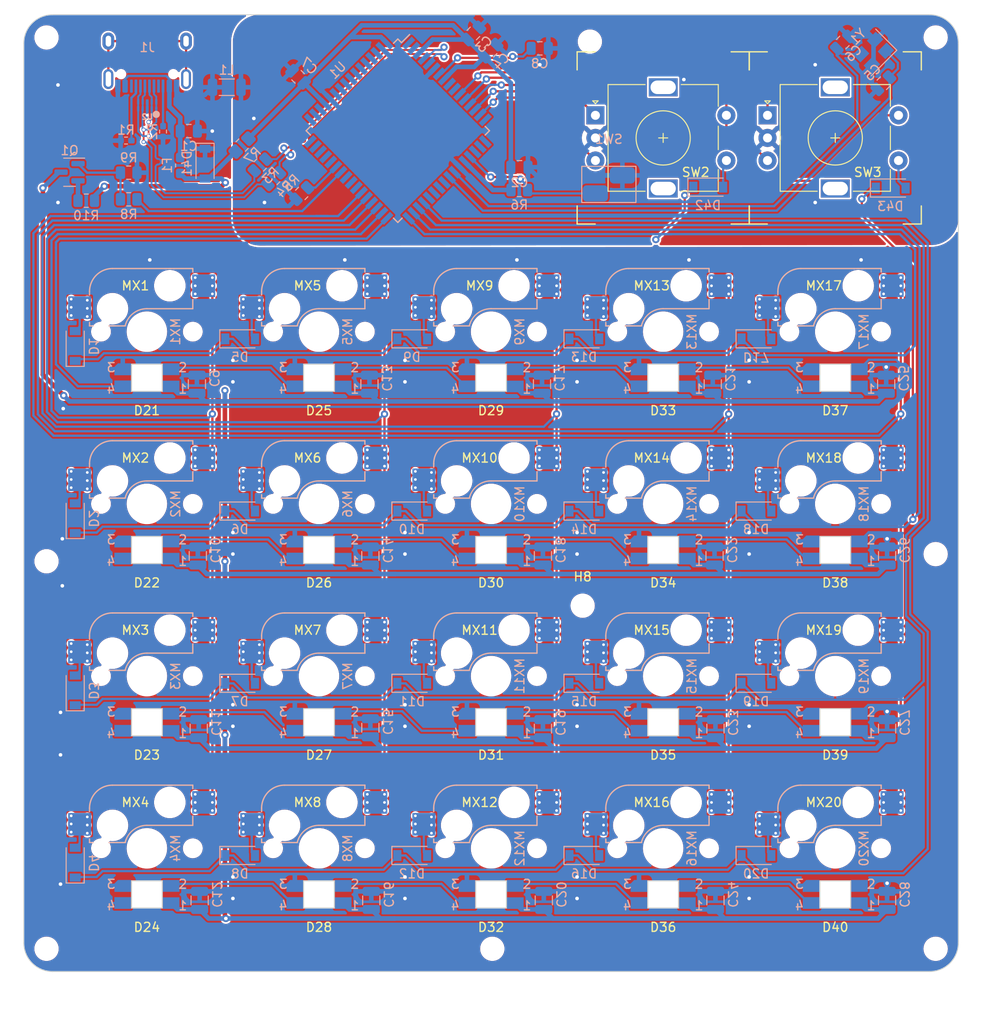
<source format=kicad_pcb>
(kicad_pcb (version 20211014) (generator pcbnew)
  (layers (0 "F.Cu" signal) (31 "B.Cu" signal) (34 "B.Paste" user) (35 "F.Paste" user) (36 "B.SilkS" user "B.Silkscreen") (37 "F.SilkS" user "F.Silkscreen") (38 "B.Mask" user) (39 "F.Mask" user) (44 "Edge.Cuts" user))
  (net 0 "")
  (net 1 "VBUS")
  (net 2 "GND")
  (net 3 "+5V")
  (net 4 "Net-(C5-Pad1)")
  (net 5 "Net-(C6-Pad1)")
  (net 6 "Net-(C8-Pad1)")
  (net 7 "ROW0")
  (net 8 "Net-(D1-Pad2)")
  (net 9 "ROW1")
  (net 10 "Net-(D2-Pad2)")
  (net 11 "ROW2")
  (net 12 "Net-(D3-Pad2)")
  (net 13 "ROW3")
  (net 14 "Net-(D4-Pad2)")
  (net 15 "Net-(D5-Pad2)")
  (net 16 "Net-(D6-Pad2)")
  (net 17 "Net-(D7-Pad2)")
  (net 18 "Net-(D8-Pad2)")
  (net 19 "Net-(D9-Pad2)")
  (net 20 "Net-(D10-Pad2)")
  (net 21 "Net-(D11-Pad2)")
  (net 22 "Net-(D12-Pad2)")
  (net 23 "Net-(D13-Pad2)")
  (net 24 "Net-(D14-Pad2)")
  (net 25 "Net-(D15-Pad2)")
  (net 26 "Net-(D16-Pad2)")
  (net 27 "Net-(D17-Pad2)")
  (net 28 "Net-(D18-Pad2)")
  (net 29 "Net-(D19-Pad2)")
  (net 30 "Net-(D20-Pad2)")
  (net 31 "Net-(D21-Pad2)")
  (net 32 "DataIN")
  (net 33 "Net-(D22-Pad2)")
  (net 34 "Net-(D22-Pad4)")
  (net 35 "Net-(D23-Pad2)")
  (net 36 "Net-(D23-Pad4)")
  (net 37 "Net-(D24-Pad2)")
  (net 38 "Net-(D24-Pad4)")
  (net 39 "Net-(D25-Pad2)")
  (net 40 "Net-(D26-Pad2)")
  (net 41 "Net-(D27-Pad2)")
  (net 42 "Net-(D28-Pad2)")
  (net 43 "Net-(D29-Pad2)")
  (net 44 "Net-(D30-Pad2)")
  (net 45 "Net-(D31-Pad2)")
  (net 46 "Net-(D32-Pad2)")
  (net 47 "Net-(D33-Pad2)")
  (net 48 "DataOUT")
  (net 49 "GNDREF")
  (net 50 "Net-(J1-PadA5)")
  (net 51 "DA-")
  (net 52 "Net-(J1-PadB5)")
  (net 54 "COL0")
  (net 55 "COL1")
  (net 56 "COL2")
  (net 57 "COL3")
  (net 58 "COL4")
  (net 59 "Net-(R5-Pad1)")
  (net 60 "Net-(R6-Pad2)")
  (net 74 "/Power_LED")
  (net 92 "Net-(D34-Pad2)")
  (net 93 "Net-(D35-Pad2)")
  (net 94 "Net-(D36-Pad2)")
  (net 96 "GNDPWR")
  (net 97 "DA+")
  (net 98 "Net-(D42-Pad2)")
  (net 99 "Net-(D43-Pad2)")
  (net 100 "/ROT_1B")
  (net 101 "/ROT_1A")
  (net 102 "/ROT_2B")
  (net 103 "/ROT_2A")
  (net 104 "COL5")
  (net 105 "/Power")
  (net 106 "Net-(Q1-Pad1)")
  (net 107 "Net-(Q1-Pad2)")
  (net 108 "Net-(R8-Pad2)")
  (footprint "led:SK6812MINI_3.4x3.0mm_SMD-Back-Flipped" (layer "F.Cu") (at 80.9625 65.0875)
    (fp_text reference "D21")
    (fp_text value "SK6812MINI")
    (fp_line (start -1.7 3.6) (end -1.7 6.6) (layer "Edge.Cuts") (width 0.12))
    (fp_line (start 1.7 6.6) (end 1.7 3.6) (layer "Edge.Cuts") (width 0.12))
    (fp_line (start 1.7 3.6) (end -1.7 3.6) (layer "Edge.Cuts") (width 0.12))
    (fp_line (start -1.7 6.6) (end 1.7 6.6) (layer "Edge.Cuts") (width 0.12))
  )
  (footprint "kailh-switches-hotswap:Kailh-Hotswap-1U" (layer "F.Cu") (at 119.0625 84.1375)
    (fp_text reference "MX10")
    (fp_text value "MX-NoLED")
  )
  (footprint "led:SK6812MINI_3.4x3.0mm_SMD-Back-Flipped" (layer "F.Cu") (at 157.1625 65.0875)
    (fp_text reference "D37")
    (fp_text value "SK6812MINI")
    (fp_line (start -1.7 3.6) (end -1.7 6.6) (layer "Edge.Cuts") (width 0.12))
    (fp_line (start 1.7 3.6) (end -1.7 3.6) (layer "Edge.Cuts") (width 0.12))
    (fp_line (start -1.7 6.6) (end 1.7 6.6) (layer "Edge.Cuts") (width 0.12))
    (fp_line (start 1.7 6.6) (end 1.7 3.6) (layer "Edge.Cuts") (width 0.12))
  )
  (footprint "led:RotaryEncoder_EC11E-Switch" (layer "F.Cu") (at 157.1625 43.65625)
    (fp_text reference "SW3")
    (fp_text value "RotaryEncoder_Switch")
  )
  (footprint "kailh-switches-hotswap:Kailh-Hotswap-1U" (layer "F.Cu") (at 157.1625 84.1375)
    (fp_text reference "MX18")
    (fp_text value "MX-NoLED")
  )
  (footprint "MountingHole:MountingHole_2.2mm_M2" (layer "F.Cu") (at 130 33)
    (fp_text reference "H1")
    (fp_text value "MountingHole")
  )
  (footprint "kailh-switches-hotswap:Kailh-Hotswap-1U" (layer "F.Cu") (at 100.0125 65.0875)
    (fp_text reference "MX5")
    (fp_text value "MX-NoLED")
  )
  (footprint "led:SK6812MINI_3.4x3.0mm_SMD-Back-Flipped" (layer "F.Cu") (at 119.0625 122.2375)
    (fp_text reference "D32")
    (fp_text value "SK6812MINI")
    (fp_line (start 1.7 6.6) (end 1.7 3.6) (layer "Edge.Cuts") (width 0.12))
    (fp_line (start -1.7 6.6) (end 1.7 6.6) (layer "Edge.Cuts") (width 0.12))
    (fp_line (start 1.7 3.6) (end -1.7 3.6) (layer "Edge.Cuts") (width 0.12))
    (fp_line (start -1.7 3.6) (end -1.7 6.6) (layer "Edge.Cuts") (width 0.12))
  )
  (footprint "led:SK6812MINI_3.4x3.0mm_SMD-Back-Flipped" (layer "F.Cu") (at 138.1125 84.1375)
    (fp_text reference "D34")
    (fp_text value "SK6812MINI")
    (fp_line (start 1.7 6.6) (end 1.7 3.6) (layer "Edge.Cuts") (width 0.12))
    (fp_line (start -1.7 6.6) (end 1.7 6.6) (layer "Edge.Cuts") (width 0.12))
    (fp_line (start -1.7 3.6) (end -1.7 6.6) (layer "Edge.Cuts") (width 0.12))
    (fp_line (start 1.7 3.6) (end -1.7 3.6) (layer "Edge.Cuts") (width 0.12))
  )
  (footprint "MountingHole:MountingHole_2.2mm_M2" (layer "F.Cu") (at 129.2 95.4)
    (fp_text reference "H8")
    (fp_text value "MountingHole")
  )
  (footprint "led:SK6812MINI_3.4x3.0mm_SMD-Back-Flipped" (layer "F.Cu") (at 80.9625 103.1875)
    (fp_text reference "D23")
    (fp_text value "SK6812MINI")
    (fp_line (start -1.7 6.6) (end 1.7 6.6) (layer "Edge.Cuts") (width 0.12))
    (fp_line (start 1.7 3.6) (end -1.7 3.6) (layer "Edge.Cuts") (width 0.12))
    (fp_line (start -1.7 3.6) (end -1.7 6.6) (layer "Edge.Cuts") (width 0.12))
    (fp_line (start 1.7 6.6) (end 1.7 3.6) (layer "Edge.Cuts") (width 0.12))
  )
  (footprint "led:SK6812MINI_3.4x3.0mm_SMD-Back-Flipped" (layer "F.Cu") (at 100.0125 65.0875)
    (fp_text reference "D25")
    (fp_text value "SK6812MINI")
    (fp_line (start 1.7 3.6) (end -1.7 3.6) (layer "Edge.Cuts") (width 0.12))
    (fp_line (start -1.7 6.6) (end 1.7 6.6) (layer "Edge.Cuts") (width 0.12))
    (fp_line (start -1.7 3.6) (end -1.7 6.6) (layer "Edge.Cuts") (width 0.12))
    (fp_line (start 1.7 6.6) (end 1.7 3.6) (layer "Edge.Cuts") (width 0.12))
  )
  (footprint "MountingHole:MountingHole_2.2mm_M2" (layer "F.Cu") (at 168.275 133.35)
    (fp_text reference "H5")
    (fp_text value "MountingHole")
  )
  (footprint "MountingHole:MountingHole_2.2mm_M2" (layer "F.Cu") (at 69.85 32.54375)
    (fp_text reference "H4")
    (fp_text value "MountingHole")
  )
  (footprint "kailh-switches-hotswap:Kailh-Hotswap-1U" (layer "F.Cu") (at 157.1625 122.2375)
    (fp_text reference "MX20")
    (fp_text value "MX-NoLED")
  )
  (footprint "kailh-switches-hotswap:Kailh-Hotswap-1U" (layer "F.Cu") (at 80.9625 84.1375)
    (fp_text reference "MX2")
    (fp_text value "MX-NoLED")
  )
  (footprint "kailh-switches-hotswap:Kailh-Hotswap-1U" (layer "F.Cu") (at 100.0125 103.1875)
    (fp_text reference "MX7")
    (fp_text value "MX-NoLED")
  )
  (footprint "kailh-switches-hotswap:Kailh-Hotswap-1U" (layer "F.Cu") (at 80.9625 65.0875)
    (fp_text reference "MX1")
    (fp_text value "MX-NoLED")
  )
  (footprint "kailh-switches-hotswap:Kailh-Hotswap-1U" (layer "F.Cu") (at 80.9625 103.1875)
    (fp_text reference "MX3")
    (fp_text value "MX-NoLED")
  )
  (footprint "kailh-switches-hotswap:Kailh-Hotswap-1U" (layer "F.Cu") (at 100.0125 84.1375)
    (fp_text reference "MX6")
    (fp_text value "MX-NoLED")
  )
  (footprint "kailh-switches-hotswap:Kailh-Hotswap-1U" (layer "F.Cu") (at 157.1625 65.0875)
    (fp_text reference "MX17")
    (fp_text value "MX-NoLED")
  )
  (footprint "kailh-switches-hotswap:Kailh-Hotswap-1U" (layer "F.Cu") (at 119.0625 103.1875)
    (fp_text reference "MX11")
    (fp_text value "MX-NoLED")
  )
  (footprint "kailh-switches-hotswap:Kailh-Hotswap-1U" (layer "F.Cu") (at 119.0625 65.0875)
    (fp_text reference "MX9")
    (fp_text value "MX-NoLED")
  )
  (footprint "kailh-switches-hotswap:Kailh-Hotswap-1U" (layer "F.Cu") (at 138.1125 122.2375)
    (fp_text reference "MX16")
    (fp_text value "MX-NoLED")
  )
  (footprint "led:SK6812MINI_3.4x3.0mm_SMD-Back-Flipped" (layer "F.Cu") (at 100.0125 84.1375)
    (fp_text reference "D26")
    (fp_text value "SK6812MINI")
    (fp_line (start 1.7 6.6) (end 1.7 3.6) (layer "Edge.Cuts") (width 0.12))
    (fp_line (start -1.7 3.6) (end -1.7 6.6) (layer "Edge.Cuts") (width 0.12))
    (fp_line (start 1.7 3.6) (end -1.7 3.6) (layer "Edge.Cuts") (width 0.12))
    (fp_line (start -1.7 6.6) (end 1.7 6.6) (layer "Edge.Cuts") (width 0.12))
  )
  (footprint "MountingHole:MountingHole_2.2mm_M2" (layer "F.Cu") (at 119.2 133.35)
    (fp_text reference "H7")
    (fp_text value "MountingHole")
  )
  (footprint "led:SK6812MINI_3.4x3.0mm_SMD-Back-Flipped" (layer "F.Cu") (at 157.1625 84.1375)
    (fp_text reference "D38")
    (fp_text value "SK6812MINI")
    (fp_line (start 1.7 3.6) (end -1.7 3.6) (layer "Edge.Cuts") (width 0.12))
    (fp_line (start -1.7 3.6) (end -1.7 6.6) (layer "Edge.Cuts") (width 0.12))
    (fp_line (start 1.7 6.6) (end 1.7 3.6) (layer "Edge.Cuts") (width 0.12))
    (fp_line (start -1.7 6.6) (end 1.7 6.6) (layer "Edge.Cuts") (width 0.12))
  )
  (footprint "led:SK6812MINI_3.4x3.0mm_SMD-Back-Flipped" (layer "F.Cu") (at 80.9625 122.2375)
    (fp_text reference "D24")
    (fp_text value "SK6812MINI")
    (fp_line (start 1.7 3.6) (end -1.7 3.6) (layer "Edge.Cuts") (width 0.12))
    (fp_line (start 1.7 6.6) (end 1.7 3.6) (layer "Edge.Cuts") (width 0.12))
    (fp_line (start -1.7 6.6) (end 1.7 6.6) (layer "Edge.Cuts") (width 0.12))
    (fp_line (start -1.7 3.6) (end -1.7 6.6) (layer "Edge.Cuts") (width 0.12))
  )
  (footprint "led:SK6812MINI_3.4x3.0mm_SMD-Back-Flipped" (layer "F.Cu") (at 80.9625 84.1375)
    (fp_text reference "D22")
    (fp_text value "SK6812MINI")
    (fp_line (start -1.7 3.6) (end -1.7 6.6) (layer "Edge.Cuts") (width 0.12))
    (fp_line (start 1.7 6.6) (end 1.7 3.6) (layer "Edge.Cuts") (width 0.12))
    (fp_line (start 1.7 3.6) (end -1.7 3.6) (layer "Edge.Cuts") (width 0.12))
    (fp_line (start -1.7 6.6) (end 1.7 6.6) (layer "Edge.Cuts") (width 0.12))
  )
  (footprint "led:SK6812MINI_3.4x3.0mm_SMD-Back-Flipped" (layer "F.Cu") (at 138.1125 122.2375)
    (fp_text reference "D36")
    (fp_text value "SK6812MINI")
    (fp_line (start -1.7 6.6) (end 1.7 6.6) (layer "Edge.Cuts") (width 0.12))
    (fp_line (start 1.7 6.6) (end 1.7 3.6) (layer "Edge.Cuts") (width 0.12))
    (fp_line (start 1.7 3.6) (end -1.7 3.6) (layer "Edge.Cuts") (width 0.12))
    (fp_line (start -1.7 3.6) (end -1.7 6.6) (layer "Edge.Cuts") (width 0.12))
  )
  (footprint "kailh-switches-hotswap:Kailh-Hotswap-1U" (layer "F.Cu") (at 157.1625 103.1875)
    (fp_text reference "MX19")
    (fp_text value "MX-NoLED")
  )
  (footprint "kailh-switches-hotswap:Kailh-Hotswap-1U" (layer "F.Cu") (at 119.0625 122.2375)
    (fp_text reference "MX12")
    (fp_text value "MX-NoLED")
  )
  (footprint "led:SK6812MINI_3.4x3.0mm_SMD-Back-Flipped" (layer "F.Cu") (at 138.1125 65.0875)
    (fp_text reference "D33")
    (fp_text value "SK6812MINI")
    (fp_line (start -1.7 6.6) (end 1.7 6.6) (layer "Edge.Cuts") (width 0.12))
    (fp_line (start 1.7 3.6) (end -1.7 3.6) (layer "Edge.Cuts") (width 0.12))
    (fp_line (start 1.7 6.6) (end 1.7 3.6) (layer "Edge.Cuts") (width 0.12))
    (fp_line (start -1.7 3.6) (end -1.7 6.6) (layer "Edge.Cuts") (width 0.12))
  )
  (footprint "kailh-switches-hotswap:Kailh-Hotswap-1U" (layer "F.Cu") (at 100.0125 122.2375)
    (fp_text reference "MX8")
    (fp_text value "MX-NoLED")
  )
  (footprint "MountingHole:MountingHole_2.2mm_M2" (layer "F.Cu") (at 69.85 133.35)
    (fp_text reference "H6")
    (fp_text value "MountingHole")
  )
  (footprint "led:SK6812MINI_3.4x3.0mm_SMD-Back-Flipped" (layer "F.Cu") (at 157.1625 103.1875)
    (fp_text reference "D39")
    (fp_text value "SK6812MINI")
    (fp_line (start -1.7 3.6) (end -1.7 6.6) (layer "Edge.Cuts") (width 0.12))
    (fp_line (start 1.7 3.6) (end -1.7 3.6) (layer "Edge.Cuts") (width 0.12))
    (fp_line (start 1.7 6.6) (end 1.7 3.6) (layer "Edge.Cuts") (width 0.12))
    (fp_line (start -1.7 6.6) (end 1.7 6.6) (layer "Edge.Cuts") (width 0.12))
  )
  (footprint "MountingHole:MountingHole_2.2mm_M2" (layer "F.Cu") (at 168.275 32.54375)
    (fp_text reference "H3")
    (fp_text value "MountingHole")
  )
  (footprint "led:SK6812MINI_3.4x3.0mm_SMD-Back-Flipped" (layer "F.Cu") (at 119.0625 84.1375)
    (fp_text reference "D30")
    (fp_text value "SK6812MINI")
    (fp_line (start 1.7 6.6) (end 1.7 3.6) (layer "Edge.Cuts") (width 0.12))
    (fp_line (start 1.7 3.6) (end -1.7 3.6) (layer "Edge.Cuts") (width 0.12))
    (fp_line (start -1.7 3.6) (end -1.7 6.6) (layer "Edge.Cuts") (width 0.12))
    (fp_line (start -1.7 6.6) (end 1.7 6.6) (layer "Edge.Cuts") (width 0.12))
  )
  (footprint "kailh-switches-hotswap:Kailh-Hotswap-1U" (layer "F.Cu") (at 80.9625 122.2375)
    (fp_text reference "MX4")
    (fp_text value "MX-NoLED")
  )
  (footprint "led:SK6812MINI_3.4x3.0mm_SMD-Back-Flipped" (layer "F.Cu") (at 100.0125 103.1875)
    (fp_text reference "D27")
    (fp_text value "SK6812MINI")
    (fp_line (start -1.7 3.6) (end -1.7 6.6) (layer "Edge.Cuts") (width 0.12))
    (fp_line (start -1.7 6.6) (end 1.7 6.6) (layer "Edge.Cuts") (width 0.12))
    (fp_line (start 1.7 6.6) (end 1.7 3.6) (layer "Edge.Cuts") (width 0.12))
    (fp_line (start 1.7 3.6) (end -1.7 3.6) (layer "Edge.Cuts") (width 0.12))
  )
  (footprint "led:SK6812MINI_3.4x3.0mm_SMD-Back-Flipped" (layer "F.Cu") (at 157.1625 122.2375)
    (fp_text reference "D40")
    (fp_text value "SK6812MINI")
    (fp_line (start -1.7 3.6) (end -1.7 6.6) (layer "Edge.Cuts") (width 0.12))
    (fp_line (start 1.7 6.6) (end 1.7 3.6) (layer "Edge.Cuts") (width 0.12))
    (fp_line (start 1.7 3.6) (end -1.7 3.6) (layer "Edge.Cuts") (width 0.12))
    (fp_line (start -1.7 6.6) (end 1.7 6.6) (layer "Edge.Cuts") (width 0.12))
  )
  (footprint "kailh-switches-hotswap:Kailh-Hotswap-1U" (layer "F.Cu") (at 138.1125 84.1375)
    (fp_text reference "MX14")
    (fp_text value "MX-NoLED")
  )
  (footprint "led:SK6812MINI_3.4x3.0mm_SMD-Back-Flipped" (layer "F.Cu") (at 119.0625 65.0875)
    (fp_text reference "D29")
    (fp_text value "SK6812MINI")
    (fp_line (start -1.7 6.6) (end 1.7 6.6) (layer "Edge.Cuts") (width 0.12))
    (fp_line (start 1.7 3.6) (end -1.7 3.6) (layer "Edge.Cuts") (width 0.12))
    (fp_line (start -1.7 3.6) (end -1.7 6.6) (layer "Edge.Cuts") (width 0.12))
    (fp_line (start 1.7 6.6) (end 1.7 3.6) (layer "Edge.Cuts") (width 0.12))
  )
  (footprint "MountingHole:MountingHole_2.2mm_M2" (layer "F.Cu") (at 69.85 90.4875)
    (fp_text reference "H2")
    (fp_text value "MountingHole")
  )
  (footprint "MountingHole:MountingHole_2.2mm_M2" (layer "F.Cu") (at 168.275 89.69375)
    (fp_text reference "H9")
    (fp_text value "MountingHole")
  )
  (footprint "led:RotaryEncoder_EC11E-Switch" (layer "F.Cu") (at 138.1125 43.65625)
    (fp_text reference "SW2")
    (fp_text value "RotaryEncoder_Switch")
  )
  (footprint "kailh-switches-hotswap:Kailh-Hotswap-1U" (layer "F.Cu") (at 138.1125 65.0875)
    (fp_text reference "MX13")
    (fp_text value "MX-NoLED")
  )
  (footprint "kailh-switches-hotswap:Kailh-Hotswap-1U" (layer "F.Cu") (at 138.1125 103.1875)
    (fp_text reference "MX15")
    (fp_text value "MX-NoLED")
  )
  (footprint "led:SK6812MINI_3.4x3.0mm_SMD-Back-Flipped" (layer "F.Cu") (at 138.1125 103.1875)
    (fp_text reference "D35")
    (fp_text value "SK6812MINI")
    (fp_line (start 1.7 6.6) (end 1.7 3.6) (layer "Edge.Cuts") (width 0.12))
    (fp_line (start -1.7 6.6) (end 1.7 6.6) (layer "Edge.Cuts") (width 0.12))
    (fp_line (start 1.7 3.6) (end -1.7 3.6) (layer "Edge.Cuts") (width 0.12))
    (fp_line (start -1.7 3.6) (end -1.7 6.6) (layer "Edge.Cuts") (width 0.12))
  )
  (footprint "led:SK6812MINI_3.4x3.0mm_SMD-Back-Flipped" (layer "F.Cu") (at 100.0125 122.2375)
    (fp_text reference "D28")
    (fp_text value "SK6812MINI")
    (fp_line (start -1.7 3.6) (end -1.7 6.6) (layer "Edge.Cuts") (width 0.12))
    (fp_line (start -1.7 6.6) (end 1.7 6.6) (layer "Edge.Cuts") (width 0.12))
    (fp_line (start 1.7 3.6) (end -1.7 3.6) (layer "Edge.Cuts") (width 0.12))
    (fp_line (start 1.7 6.6) (end 1.7 3.6) (layer "Edge.Cuts") (width 0.12))
  )
  (footprint "led:SK6812MINI_3.4x3.0mm_SMD-Back-Flipped" (layer "F.Cu") (at 119.0625 103.1875)
    (fp_text reference "D31")
    (fp_text value "SK6812MINI")
    (fp_line (start -1.7 6.6) (end 1.7 6.6) (layer "Edge.Cuts") (width 0.12))
    (fp_line (start 1.7 3.6) (end -1.7 3.6) (layer "Edge.Cuts") (width 0.12))
    (fp_line (start 1.7 6.6) (end 1.7 3.6) (layer "Edge.Cuts") (width 0.12))
    (fp_line (start -1.7 3.6) (end -1.7 6.6) (layer "Edge.Cuts") (width 0.12))
  )
  (footprint "led:led_capacitor" (layer "B.Cu") (at 86.6 89.9 90)
    (fp_text reference "C10")
    (fp_text value "100nF")
  )
  (footprint "led:D_SOD-123" (layer "B.Cu") (at 143.1 49.1)
    (fp_text reference "D42")
    (fp_text value "1.25V@150mA")
  )
  (footprint "Resistor_SMD:R_0402_1005Metric_Pad0.72x0.64mm_HandSolder" (layer "B.Cu") (at 78.65 43.95 180)
    (fp_text reference "R1")
    (fp_text value "5.1k")
  )
  (footprint "led:led_capacitor" (layer "B.Cu") (at 105.7 89.9 90)
    (fp_text reference "C14")
    (fp_text value "100nF")
  )
  (footprint "led:led_capacitor" (layer "B.Cu") (at 143.6 70.9 90)
    (fp_text reference "C21")
    (fp_text value "100nF")
  )
  (footprint "led:D_SOD-123" (layer "B.Cu") (at 163.3 49.2)
    (fp_text reference "D43")
    (fp_text value "1.25V@150mA")
  )
  (footprint "led:led_capacitor" (layer "B.Cu") (at 105.6 70.9 90)
    (fp_text reference "C13")
    (fp_text value "100nF")
  )
  (footprint "Resistor_SMD:R_0805_2012Metric" (layer "B.Cu") (at 78.95 47.5 180)
    (fp_text reference "R9")
    (fp_text value "10k")
  )
  (footprint "led:D_SOD-123" (layer "B.Cu") (at 73.025 66.675 90)
    (fp_text reference "D1")
    (fp_text value "1.25V@150mA")
  )
  (footprint "led:D_SOD-123" (layer "B.Cu") (at 91.28125 123.03125)
    (fp_text reference "D8")
    (fp_text value "1.25V@150mA")
  )
  (footprint "led:D_SOD-123" (layer "B.Cu") (at 148.43125 65.88125)
    (fp_text reference "D17")
    (fp_text value "1.25V@150mA")
  )
  (footprint "led:led_capacitor" (layer "B.Cu") (at 105.8 128 90)
    (fp_text reference "C16")
    (fp_text value "100nF")
  )
  (footprint "led:led_capacitor" (layer "B.Cu") (at 162.9 128 90)
    (fp_text reference "C28")
    (fp_text value "100nF")
  )
  (footprint "led:D_SOD-123" (layer "B.Cu") (at 129.38125 123.03125)
    (fp_text reference "D16")
    (fp_text value "1.25V@150mA")
  )
  (footprint "Crystal:Crystal_SMD_3225-4Pin_3.2x2.5mm" (layer "B.Cu") (at 161.393901 34.204018 -135)
    (fp_text reference "Y1")
    (fp_text value "Crystal_GND24_Small")
  )
  (footprint "led:D_SOD-123" (layer "B.Cu") (at 91.28125 103.98125)
    (fp_text reference "D7")
    (fp_text value "1.25V@150mA")
  )
  (footprint "Capacitor_SMD:C_0805_2012Metric" (layer "B.Cu") (at 97.7 36.9 135)
    (fp_text reference "C7")
    (fp_text value "10uF")
  )
  (footprint "led:D_SOD-123" (layer "B.Cu") (at 73.025 104.775 90)
    (fp_text reference "D3")
    (fp_text value "1.25V@150mA")
  )
  (footprint "led:D_SOD-123" (layer "B.Cu") (at 110.33125 123.03125)
    (fp_text reference "D12")
    (fp_text value "1.25V@150mA")
  )
  (footprint "Resistor_SMD:R_0805_2012Metric" (layer "B.Cu") (at 74.25 50.6)
    (fp_text reference "R10")
    (fp_text value "46")
  )
  (footprint "Capacitor_SMD:C_0805_2012Metric" (layer "B.Cu") (at 122.2 46.9)
    (fp_text reference "C2")
    (fp_text value "0.1uF")
  )
  (footprint "led:led_capacitor" (layer "B.Cu") (at 86.5 70.9 90)
    (fp_text reference "C9")
    (fp_text value "100nF")
  )
  (footprint "Diode_SMD:D_SOD-123" (layer "B.Cu") (at 87.4 46.5 -90)
    (fp_text reference "D41")
    (fp_text value "SMF9.0CA")
  )
  (footprint "led:D_SOD-123" (layer "B.Cu") (at 91.28125 65.88125)
    (fp_text reference "D5")
    (fp_text value "1.25V@150mA")
  )
  (footprint "led:led_capacitor" (layer "B.Cu") (at 105.7 108.9 90)
    (fp_text reference "C15")
    (fp_text value "100nF")
  )
  (footprint "led:led_capacitor" (layer "B.Cu") (at 143.9 109 90)
    (fp_text reference "C23")
    (fp_text value "100nF")
  )
  (footprint "Resistor_SMD:R_0805_2012Metric_Pad1.20x1.40mm_HandSolder" (layer "B.Cu") (at 91.5 44.45 45)
    (fp_text reference "R7")
    (fp_text value "60")
  )
  (footprint "led:led_capacitor" (layer "B.Cu") (at 124.8 89.9 90)
    (fp_text reference "C18")
    (fp_text value "100nF")
  )
  (footprint "led:led_capacitor" (layer "B.Cu") (at 162.9 109 90)
    (fp_text reference "C27")
    (fp_text value "100nF")
  )
  (footprint "led:led_capacitor" (layer "B.Cu") (at 124.9 128 90)
    (fp_text reference "C20")
    (fp_text value "100nF")
  )
  (footprint "Capacitor_SMD:C_0805_2012Metric" (layer "B.Cu") (at 85.6 42.9)
    (fp_text reference "C1")
    (fp_text value "10u")
  )
  (footprint "led:D_SOD-123" (layer "B.Cu") (at 148.43125 84.93125)
    (fp_text reference "D18")
    (fp_text value "1.25V@150mA")
  )
  (footprint "led:D_SOD-123" (layer "B.Cu") (at 73.025 85.725 90)
    (fp_text reference "D2")
    (fp_text value "1.25V@150mA")
  )
  (footprint "Resistor_SMD:R_0805_2012Metric" (layer "B.Cu") (at 78.95 50.45)
    (fp_text reference "R8")
    (fp_text value "10k")
  )
  (footprint "led:D_SOD-123" (layer "B.Cu") (at 110.33125 84.93125)
    (fp_text reference "D10")
    (fp_text value "1.25V@150mA")
  )
  (footprint "led:D_SOD-123" (layer "B.Cu") (at 110.33125 103.98125)
    (fp_text reference "D11")
    (fp_text value "1.25V@150mA")
  )
  (footprint "led:switch_without_switch" (layer "B.Cu") (at 132.1 48.8 180)
    (fp_text reference "SW1")
    (fp_text value "SW_Push")
  )
  (footprint "Inductor_SMD:L_1206_3216Metric" (layer "B.Cu") (at 89.8 38.05 180)
    (fp_text reference "L1")
    (fp_text value "60R@100MHz")
  )
  (footprint "acheron_Connectors:TYPE-C-31-M-12" (layer "B.Cu") (at 80.9975 38.65)
    (fp_text reference "J1")
    (fp_text value "TYPE-C-31-M12_13")
  )
  (footprint "Resistor_SMD:R_0402_1005Metric_Pad0.72x0.64mm_HandSolder" (layer "B.Cu") (at 82.75 42.95 -90)
    (fp_text reference "R2")
    (fp_text value "5.1k")
  )
  (footprint "led:led_capacitor" (layer "B.Cu") (at 124.8 109 90)
    (fp_text reference "C19")
    (fp_text value "100nF")
  )
  (footprint "led:led_capacitor" (layer "B.Cu") (at 143.9 128 90)
    (fp_text reference "C24")
    (fp_text value "100nF")
  )
  (footprint "acheron_Components:USON-10_2.5x1.0mm_P0.5mm" (layer "B.Cu") (at 80.9975 40.05 90)
    (fp_text reference "U2")
    (fp_text value "TPD4E05U06DQAR")
  )
  (footprint "Capacitor_SMD:C_0805_2012Metric" (layer "B.Cu") (at 124.45 33.75)
    (fp_text reference "C8")
    (fp_text value "1uF")
  )
  (footprint "led:D_SOD-123" (layer "B.Cu") (at 129.38125 84.93125)
    (fp_text reference "D14")
    (fp_text value "1.25V@150mA")
  )
  (footprint "Capacitor_SMD:C_0805_2012Metric" (layer "B.Cu") (at 157.993901 33.104018 45)
    (fp_text reference "C6")
    (fp_text value "22pF")
  )
  (footprint "Resistor_SMD:R_0805_2012Metric" (layer "B.Cu") (at 95 48.15 45)
    (fp_text reference "R4")
    (fp_text value "22")
  )
  (footprint "led:led_capacitor" (layer "B.Cu") (at 124.7 70.9 90)
    (fp_text reference "C17")
    (fp_text value "100nF")
  )
  (footprint "Resistor_SMD:R_0805_2012Metric" (layer "B.Cu") (at 93.5 46.65 45)
    (fp_text reference "R3")
    (fp_text value "22")
  )
  (footprint "Fuse:Fuse_0603_1608Metric_Pad1.05x0.95mm_HandSolder" (layer "B.Cu") (at 84.6475 46.7 -90)
    (fp_text reference "F1")
    (fp_text value "ASMD1206-150")
  )
  (footprint "led:D_SOD-123" (layer "B.Cu") (at 91.28125 84.93125)
    (fp_text reference "D6")
    (fp_text value "1.25V@150mA")
  )
  (footprint "led:D_SOD-123" (layer "B.Cu") (at 73.025 123.825 90)
    (fp_text reference "D4")
    (fp_text value "1.25V@150mA")
  )
  (footprint "led:led_capacitor" (layer "B.Cu") (at 162.8 70.9 90)
    (fp_text reference "C25")
    (fp_text value "100nF")
  )
  (footprint "Capacitor_SMD:C_0805_2012Metric" (layer "B.Cu") (at 162.493901 37.604018 -135)
    (fp_text reference "C5")
    (fp_text value "22pF")
  )
  (footprint "Resistor_SMD:R_0805_2012Metric" (layer "B.Cu") (at 98.1 49.8 -135)
    (fp_text reference "R5")
    (fp_text value "10k")
  )
  (footprint "Package_QFP:TQFP-64_14x14mm_P0.8mm" (layer "B.Cu") (at 108.7369 42.8598 -135)
    (fp_text reference "U1")
    (fp_text value "AT90USB1286-AU")
  )
  (footprint "led:D_SOD-123" (layer "B.Cu") (at 129.38125 65.88125)
    (fp_text reference "D13")
    (fp_text value "1.25V@150mA")
  )
  (footprint "led:D_SOD-123" (layer "B.Cu") (at 110.33125 65.88125)
    (fp_text reference "D9")
    (fp_text value "1.25V@150mA")
  )
  (footprint "led:D_SOD-123" (layer "B.Cu") (at 148.43125 103.98125)
    (fp_text reference "D19")
    (fp_text value "1.25V@150mA")
  )
  (footprint "led:led_capacitor" (layer "B.Cu") (at 86.8 128 90)
    (fp_text reference "C12")
    (fp_text value "100nF")
  )
  (footprint "Package_TO_SOT_SMD:SOT-23" (layer "B.Cu") (at 72.4 47.45 180)
    (fp_text reference "Q1")
    (fp_text value "2N7002")
  )
  (footprint "Capacitor_SMD:C_0805_2012Metric" (layer "B.Cu") (at 119 34 45)
    (fp_text reference "C4")
    (fp_text value "0.1uF")
  )
  (footprint "led:led_capacitor" (layer "B.Cu") (at 162.9 89.9 90)
    (fp_text reference "C26")
    (fp_text value "100nF")
  )
  (footprint "led:D_SOD-123" (layer "B.Cu") (at 148.43125 123.03125)
    (fp_text reference "D20")
    (fp_text value "1.25V@150mA")
  )
  (footprint "led:led_capacitor" (layer "B.Cu") (at 143.8 89.9 90)
    (fp_text reference "C22")
    (fp_text value "100nF")
  )
  (footprint "led:D_SOD-123" (layer "B.Cu") (at 129.38125 103.98125)
    (fp_text reference "D15")
    (fp_text value "1.25V@150mA")
  )
  (footprint "Resistor_SMD:R_0805_2012Metric" (layer "B.Cu") (at 122.1857 49.4157)
    (fp_text reference "R6")
    (fp_text value "10k")
  )
  (footprint "Capacitor_SMD:C_0805_2012Metric" (layer "B.Cu") (at 117.1 32.1 45)
    (fp_text reference "C3")
    (fp_text value "0.1uF")
  )
  (footprint "led:led_capacitor" (layer "B.Cu") (at 86.7 109 90)
    (fp_text reference "C11")
    (fp_text value "100nF")
  )
  (gr_arc (start 70.507564 135.867436) (mid 68.2625 134.9375) (end 67.332564 132.692436) (layer "Edge.Cuts") (width 0.1))
  (gr_arc (start 170.792436 132.692436) (mid 169.8625 134.9375) (end 167.617436 135.867436) (layer "Edge.Cuts") (width 0.1))
  (gr_line (start 67.332564 33.201314) (end 67.332564 132.692436) (layer "Edge.Cuts") (width 0.1))
  (gr_arc (start 67.332564 33.201314) (mid 68.2625 30.95625) (end 70.507564 30.026314) (layer "Edge.Cuts") (width 0.1))
  (gr_line (start 170.792436 132.692436) (end 170.792436 33.201314) (layer "Edge.Cuts") (width 0.1))
  (gr_arc (start 167.617436 30.026314) (mid 169.8625 30.95625) (end 170.792436 33.201314) (layer "Edge.Cuts") (width 0.1))
  (gr_line (start 70.507564 135.867436) (end 167.617436 135.867436) (layer "Edge.Cuts") (width 0.1))
  (gr_line (start 167.617436 30.026314) (end 70.507564 30.026314) (layer "Edge.Cuts") (width 0.1))
  (segment (start 84.6475 42.9025) (end 84.65 42.9) (width 0.508) (layer "B.Cu") (net 1))
  (segment (start 83.099227 36.8) (end 83.4475 37.148273) (width 0.25) (layer "B.Cu") (net 1))
  (segment (start 84.65 41.4) (end 83.4475 40.1975) (width 0.508) (layer "B.Cu") (net 1))
  (segment (start 83.4475 37.148273) (end 83.4475 37.925) (width 0.25) (layer "B.Cu") (net 1))
  (segment (start 78.5475 37.148273) (end 78.895773 36.8) (width 0.25) (layer "B.Cu") (net 1))
  (segment (start 84.65 42.9) (end 84.65 41.4) (width 0.508) (layer "B.Cu") (net 1))
  (segment (start 84.6475 45.825) (end 84.6475 42.9025) (width 0.508) (layer "B.Cu") (net 1))
  (segment (start 78.895773 36.8) (end 83.099227 36.8) (width 0.25) (layer "B.Cu") (net 1))
  (segment (start 78.5475 37.925) (end 78.5475 37.148273) (width 0.25) (layer "B.Cu") (net 1))
  (segment (start 83.4475 40.1975) (end 83.4475 37.925) (width 0.508) (layer "B.Cu") (net 1))
  (via (at 140.4 37.2) (size 0.8) (drill 0.4) (layers "F.Cu" "B.Cu") (net 2))
  (via (at 92.8 41.5) (size 0.8) (drill 0.4) (layers "F.Cu" "B.Cu") (net 2))
  (via (at 154.94 35.56) (size 0.8) (drill 0.4) (layers "F.Cu" "B.Cu") (net 2))
  (via (at 93.98 50.8) (size 0.8) (drill 0.4) (layers "F.Cu" "B.Cu") (net 2))
  (via (at 124.46 35.56) (size 0.8) (drill 0.4) (layers "F.Cu" "B.Cu") (net 2))
  (via (at 154.94 50.8) (size 0.8) (drill 0.4) (layers "F.Cu" "B.Cu") (net 2))
  (segment (start 161.217124 37.670743) (end 161.82215 38.275769) (width 0.508) (layer "B.Cu") (net 2))
  (segment (start 161.570678 32.82516) (end 161.4 32.995838) (width 0.508) (layer "B.Cu") (net 2))
  (segment (start 161.4 32.995838) (end 161.4 35.4) (width 0.508) (layer "B.Cu") (net 2))
  (segment (start 158.665652 32.432267) (end 161.177785 32.432267) (width 0.508) (layer "B.Cu") (net 2))
  (segment (start 161.177785 32.432267) (end 161.570678 32.82516) (width 0.508) (layer "B.Cu") (net 2))
  (segment (start 123.15 46.9) (end 124.05 47.8) (width 0.508) (layer "B.Cu") (net 2))
  (segment (start 161.4 35.4) (end 161.217124 35.582876) (width 0.508) (layer "B.Cu") (net 2))
  (segment (start 161.217124 35.582876) (end 161.217124 37.670743) (width 0.508) (layer "B.Cu") (net 2))
  (segment (start 124.05 47.8) (end 133.6 47.8) (width 0.508) (layer "B.Cu") (net 2))
  (segment (start 121.25 49.3925) (end 121.2732 49.4157) (width 0.508) (layer "B.Cu") (net 3))
  (segment (start 121.25 37.593502) (end 121.25 46.9) (width 0.508) (layer "B.Cu") (net 3))
  (segment (start 114.856498 31.2) (end 116.428249 32.771751) (width 0.508) (layer "B.Cu") (net 3))
  (segment (start 98.371751 37.578249) (end 98.371751 37.571751) (width 0.508) (layer "B.Cu") (net 3))
  (segment (start 113.89878 37.132235) (end 115.231015 35.8) (width 0.508) (layer "B.Cu") (net 3))
  (segment (start 92.207107 43.742893) (end 98.371751 37.578249) (width 0.508) (layer "B.Cu") (net 3))
  (segment (start 98.371751 37.58582) (end 100.746593 39.960662) (width 0.508) (layer "B.Cu") (net 3))
  (segment (start 98.371751 37.571751) (end 98.371751 37.58582) (width 0.508) (layer "B.Cu") (net 3))
  (segment (start 119.252598 49.4157) (end 121.2732 49.4157) (width 0.508) (layer "B.Cu") (net 3))
  (segment (start 104.743502 31.2) (end 114.856498 31.2) (width 0.508) (layer "B.Cu") (net 3))
  (segment (start 102.721751 33.221751) (end 103.443502 32.5) (width 0.508) (layer "B.Cu") (net 3))
  (segment (start 106.862381 32.5) (end 107.534818 33.172437) (width 0.508) (layer "B.Cu") (net 3))
  (segment (start 98.371751 37.571751) (end 102.721751 33.221751) (width 0.508) (layer "B.Cu") (net 3))
  (segment (start 102.721751 33.221751) (end 104.743502 31.2) (width 0.508) (layer "B.Cu") (net 3))
  (segment (start 117.2 35.8) (end 118.328249 34.671751) (width 0.508) (layer "B.Cu") (net 3))
  (segment (start 118.328249 34.671751) (end 121.25 37.593502) (width 0.508) (layer "B.Cu") (net 3))
  (segment (start 121.25 46.9) (end 121.25 49.3925) (width 0.508) (layer "B.Cu") (net 3))
  (segment (start 116.428249 32.771751) (end 118.328249 34.671751) (width 0.508) (layer "B.Cu") (net 3))
  (segment (start 116.428249 32.771751) (end 112.602409 32.771751) (width 0.508) (layer "B.Cu") (net 3))
  (segment (start 103.443502 32.5) (end 106.862381 32.5) (width 0.508) (layer "B.Cu") (net 3))
  (segment (start 112.602409 32.771751) (end 111.070352 34.303808) (width 0.508) (layer "B.Cu") (net 3))
  (segment (start 115.231015 35.8) (end 117.2 35.8) (width 0.508) (layer "B.Cu") (net 3))
  (segment (start 116.161521 46.324623) (end 119.252598 49.4157) (width 0.508) (layer "B.Cu") (net 3))
  (segment (start 163.165652 39.227848) (end 163.165652 36.932267) (width 0.25) (layer "B.Cu") (net 4))
  (segment (start 118.142785 51.7) (end 150.6935 51.7) (width 0.25) (layer "B.Cu") (net 4))
  (segment (start 114.464465 48.02168) (end 118.142785 51.7) (width 0.25) (layer "B.Cu") (net 4))
  (segment (start 161.29675 41.09675) (end 162.7085 39.685) (width 0.25) (layer "B.Cu") (net 4))
  (segment (start 150.6935 51.7) (end 161.29675 41.09675) (width 0.25) (layer "B.Cu") (net 4))
  (segment (start 163.165652 36.932267) (end 164.093901 36.004018) (width 0.25) (layer "B.Cu") (net 4))
  (segment (start 164.093901 35.348383) (end 162.772759 34.027241) (width 0.25) (layer "B.Cu") (net 4))
  (segment (start 164.093901 36.004018) (end 164.093901 35.348383) (width 0.25) (layer "B.Cu") (net 4))
  (segment (start 161.29675 41.09675) (end 163.165652 39.227848) (width 0.25) (layer "B.Cu") (net 4))
  (segment (start 162.7085 39.685) (end 162.715 39.685) (width 0.25) (layer "B.Cu") (net 4))
  (segment (start 162.715 39.685) (end 163.2 39.2) (width 0.25) (layer "B.Cu") (net 4))
  (segment (start 150.3998 51.2) (end 157.8999 43.6999) (width 0.25) (layer "B.Cu") (net 5))
  (segment (start 118.774156 51.2) (end 150.3998 51.2) (width 0.25) (layer "B.Cu") (net 5))
  (segment (start 159.6 36.8) (end 157.32215 34.52215) (width 0.25) (layer "B.Cu") (net 5))
  (segment (start 157.927176 34.380795) (end 160.015043 34.380795) (width 0.25) (layer "B.Cu") (net 5))
  (segment (start 157.8999 43.6999) (end 159.6 41.9998) (width 0.25) (layer "B.Cu") (net 5))
  (segment (start 159.6 41.9998) (end 159.6 36.8) (width 0.25) (layer "B.Cu") (net 5))
  (segment (start 115.03015 47.455994) (end 118.774156 51.2) (width 0.25) (layer "B.Cu") (net 5))
  (segment (start 157.32215 33.775769) (end 157.927176 34.380795) (width 0.25) (layer "B.Cu") (net 5))
  (segment (start 157.32215 34.52215) (end 157.32215 33.775769) (width 0.25) (layer "B.Cu") (net 5))
  (segment (start 115.35 34.8) (end 121.3 34.8) (width 0.25) (layer "F.Cu") (net 6))
  (segment (start 121.3 34.8) (end 121.45 34.65) (width 0.25) (layer "F.Cu") (net 6))
  (via (at 121.45 34.65) (size 0.8) (drill 0.4) (layers "F.Cu" "B.Cu") (net 6))
  (via (at 115.35 34.8) (size 0.8) (drill 0.4) (layers "F.Cu" "B.Cu") (net 6))
  (segment (start 122.6 34.65) (end 123.5 33.75) (width 0.25) (layer "B.Cu") (net 6))
  (segment (start 113.58345 36.56655) (end 115.35 34.8) (width 0.25) (layer "B.Cu") (net 6))
  (segment (start 121.45 34.65) (end 122.6 34.65) (width 0.25) (layer "B.Cu") (net 6))
  (segment (start 113.333094 36.56655) (end 113.58345 36.56655) (width 0.25) (layer "B.Cu") (net 6))
  (segment (start 140.49375 51.73075) (end 137.3245 54.9) (width 0.25) (layer "F.Cu") (net 7))
  (segment (start 140.49375 50.00625) (end 140.49375 51.73075) (width 0.25) (layer "F.Cu") (net 7))
  (segment (start 137.3245 54.9) (end 137.3 54.9) (width 0.25) (layer "F.Cu") (net 7))
  (via (at 140.49375 50.00625) (size 0.8) (drill 0.4) (layers "F.Cu" "B.Cu") (net 7))
  (via (at 137.3 54.9) (size 0.8) (drill 0.4) (layers "F.Cu" "B.Cu") (net 7))
  (segment (start 76.2 67.46875) (end 88.04375 67.46875) (width 0.25) (layer "B.Cu") (net 7))
  (segment (start 166 56) (end 164.3 54.3) (width 0.25) (layer "B.Cu") (net 7))
  (segment (start 130.224671 67.455921) (end 145.269079 67.455921) (width 0.25) (layer "B.Cu") (net 7))
  (segment (start 137.9 54.3) (end 137.3 54.9) (width 0.25) (layer "B.Cu") (net 7))
  (segment (start 73.227011 68.122989) (end 75.545761 68.122989) (width 0.25) (layer "B.Cu") (net 7))
  (segment (start 111.174671 67.455921) (end 126.219079 67.455921) (width 0.25) (layer "B.Cu") (net 7))
  (segment (start 140.54375 50.00625) (end 141.45 49.1) (width 0.25) (layer "B.Cu") (net 7))
  (segment (start 139 54.3) (end 137.9 54.3) (width 0.25) (layer "B.Cu") (net 7))
  (segment (start 146.78125 65.88125) (end 148.6 67.7) (width 0.25) (layer "B.Cu") (net 7))
  (segment (start 145.269079 67.455921) (end 146.84375 65.88125) (width 0.25) (layer "B.Cu") (net 7))
  (segment (start 75.545761 68.122989) (end 76.2 67.46875) (width 0.25) (layer "B.Cu") (net 7))
  (segment (start 126.219079 67.455921) (end 127.79375 65.88125) (width 0.25) (layer "B.Cu") (net 7))
  (segment (start 111.691819 54.3) (end 109.938982 52.547163) (width 0.25) (layer "B.Cu") (net 7))
  (segment (start 166 66.6) (end 166 56) (width 0.25) (layer "B.Cu") (net 7))
  (segment (start 92.062171 67.455921) (end 107.106579 67.455921) (width 0.25) (layer "B.Cu") (net 7))
  (segment (start 88.04375 67.46875) (end 89.63125 65.88125) (width 0.25) (layer "B.Cu") (net 7))
  (segment (start 139 54.3) (end 111.691819 54.3) (width 0.25) (layer "B.Cu") (net 7))
  (segment (start 127.79375 65.88125) (end 128.65 65.88125) (width 0.25) (layer "B.Cu") (net 7))
  (segment (start 164.9 67.7) (end 166 66.6) (width 0.25) (layer "B.Cu") (net 7))
  (segment (start 108.74375 65.88125) (end 109.6 65.88125) (width 0.25) (layer "B.Cu") (net 7))
  (segment (start 90.4875 65.88125) (end 92.062171 67.455921) (width 0.25) (layer "B.Cu") (net 7))
  (segment (start 89.63125 65.88125) (end 90.4875 65.88125) (width 0.25) (layer "B.Cu") (net 7))
  (segment (start 109.6 65.88125) (end 111.174671 67.455921) (width 0.25) (layer "B.Cu") (net 7))
  (segment (start 140.49375 50.00625) (end 140.54375 50.00625) (width 0.25) (layer "B.Cu") (net 7))
  (segment (start 128.65 65.88125) (end 130.224671 67.455921) (width 0.25) (layer "B.Cu") (net 7))
  (segment (start 164.3 54.3) (end 139 54.3) (width 0.25) (layer "B.Cu") (net 7))
  (segment (start 73.025 68.325) (end 73.227011 68.122989) (width 0.25) (layer "B.Cu") (net 7))
  (segment (start 107.106579 67.455921) (end 108.68125 65.88125) (width 0.25) (layer "B.Cu") (net 7))
  (segment (start 148.6 67.7) (end 164.9 67.7) (width 0.25) (layer "B.Cu") (net 7))
  (segment (start 74.2425 63.2925) (end 74.3625 63.4125) (width 0.25) (layer "F.Cu") (net 8))
  (segment (start 72.5825 62.3925) (end 74.2425 62.3925) (width 0.25) (layer "F.Cu") (net 8))
  (segment (start 72.5825 63.2925) (end 72.5825 61.4925) (width 0.25) (layer "F.Cu") (net 8))
  (segment (start 74.2425 62.3925) (end 74.3625 62.5125) (width 0.25) (layer "F.Cu") (net 8))
  (segment (start 74.3625 61.6125) (end 74.3625 63.4125) (width 0.25) (layer "F.Cu") (net 8))
  (segment (start 72.5825 61.4925) (end 74.2425 61.4925) (width 0.25) (layer "F.Cu") (net 8))
  (segment (start 72.5825 63.2925) (end 74.2425 63.2925) (width 0.25) (layer "F.Cu") (net 8))
  (segment (start 74.2425 61.4925) (end 74.3625 61.6125) (width 0.25) (layer "F.Cu") (net 8))
  (segment (start 73.5225 64.5275) (end 73.025 65.025) (width 0.25) (layer "B.Cu") (net 8))
  (segment (start 73.5225 62.4275) (end 73.5225 64.5275) (width 0.25) (layer "B.Cu") (net 8))
  (segment (start 160.1 50.4) (end 160.1 52.2) (width 0.25) (layer "F.Cu") (net 9))
  (segment (start 165.75 57.85) (end 165.75 85.85) (width 0.25) (layer "F.Cu") (net 9))
  (segment (start 160.1 52.2) (end 165.75 57.85) (width 0.25) (layer "F.Cu") (net 9))
  (via (at 160.1 50.4) (size 0.8) (drill 0.4) (layers "F.Cu" "B.Cu") (net 9))
  (via (at 165.75 85.85) (size 0.8) (drill 0.4) (layers "F.Cu" "B.Cu") (net 9))
  (segment (start 112.32319 53.8) (end 110.504667 51.981477) (width 0.25) (layer "B.Cu") (net 9))
  (segment (start 161.3 49.2) (end 160.1 50.4) (width 0.25) (layer "B.Cu") (net 9))
  (segment (start 109.6 84.93125) (end 111.174671 86.505921) (width 0.25) (layer "B.Cu") (net 9))
  (segment (start 127.79375 84.93125) (end 128.65 84.93125) (width 0.25) (layer "B.Cu") (net 9))
  (segment (start 108.74375 84.93125) (end 109.6 84.93125) (width 0.25) (layer "B.Cu") (net 9))
  (segment (start 87.904239 86.658261) (end 89.491739 85.070761) (width 0.25) (layer "B.Cu") (net 9))
  (segment (start 90.55 84.93125) (end 92.124671 86.505921) (width 0.25) (layer "B.Cu") (net 9))
  (segment (start 92.124671 86.505921) (end 107.169079 86.505921) (width 0.25) (layer "B.Cu") (net 9))
  (segment (start 89.69375 84.93125) (end 90.55 84.93125) (width 0.25) (layer "B.Cu") (net 9))
  (segment (start 107.169079 86.505921) (end 108.74375 84.93125) (width 0.25) (layer "B.Cu") (net 9))
  (segment (start 145.269079 86.505921) (end 146.84375 84.93125) (width 0.25) (layer "B.Cu") (net 9))
  (segment (start 166.5 55.8) (end 164.5 53.8) (width 0.25) (layer "B.Cu") (net 9))
  (segment (start 164.5 53.8) (end 112.32319 53.8) (width 0.25) (layer "B.Cu") (net 9))
  (segment (start 148.55 86.7) (end 164.9 86.7) (width 0.25) (layer "B.Cu") (net 9))
  (segment (start 161.65 49.2) (end 161.3 49.2) (width 0.25) (layer "B.Cu") (net 9))
  (segment (start 130.224671 86.505921) (end 145.269079 86.505921) (width 0.25) (layer "B.Cu") (net 9))
  (segment (start 75.40625 87.3125) (end 76.060489 86.658261) (width 0.25) (layer "B.Cu") (net 9))
  (segment (start 76.060489 86.658261) (end 87.904239 86.658261) (width 0.25) (layer "B.Cu") (net 9))
  (segment (start 164.9 86.7) (end 165.75 85.85) (width 0.25) (layer "B.Cu") (net 9))
  (segment (start 126.219079 86.505921) (end 127.79375 84.93125) (width 0.25) (layer "B.Cu") (net 9))
  (segment (start 128.65 84.93125) (end 130.224671 86.505921) (width 0.25) (layer "B.Cu") (net 9))
  (segment (start 146.78125 84.93125) (end 148.55 86.7) (width 0.25) (layer "B.Cu") (net 9))
  (segment (start 165.75 85.85) (end 166.5 85.1) (width 0.25) (layer "B.Cu") (net 9))
  (segment (start 73.0875 87.3125) (end 75.40625 87.3125) (width 0.25) (layer "B.Cu") (net 9))
  (segment (start 111.174671 86.505921) (end 126.219079 86.505921) (width 0.25) (layer "B.Cu") (net 9))
  (segment (start 166.5 85.1) (end 166.5 55.8) (width 0.25) (layer "B.Cu") (net 9))
  (segment (start 72.5825 81.4425) (end 74.2425 81.4425) (width 0.25) (layer "F.Cu") (net 10))
  (segment (start 72.5825 82.3425) (end 74.2425 82.3425) (width 0.25) (layer "F.Cu") (net 10))
  (segment (start 74.2425 82.3425) (end 74.3625 82.4625) (width 0.25) (layer "F.Cu") (net 10))
  (segment (start 74.3625 80.6625) (end 74.3625 82.4625) (width 0.25) (layer "F.Cu") (net 10))
  (segment (start 72.5825 80.5425) (end 72.5825 82.3425) (width 0.25) (layer "F.Cu") (net 10))
  (segment (start 72.5825 80.5425) (end 74.2425 80.5425) (width 0.25) (layer "F.Cu") (net 10))
  (segment (start 74.2425 81.4425) (end 74.3625 81.5625) (width 0.25) (layer "F.Cu") (net 10))
  (segment (start 74.2425 80.5425) (end 74.3625 80.6625) (width 0.25) (layer "F.Cu") (net 10))
  (segment (start 73.5225 81.4775) (end 73.5225 83.5775) (width 0.25) (layer "B.Cu") (net 10))
  (segment (start 73.5225 83.5775) (end 73.025 84.075) (width 0.25) (layer "B.Cu") (net 10))
  (segment (start 145.269079 105.56875) (end 146.84375 103.994079) (width 0.25) (layer "B.Cu") (net 11))
  (segment (start 166.94952 55.54952) (end 164.7 53.3) (width 0.25) (layer "B.Cu") (net 11))
  (segment (start 73.0875 106.3625) (end 75.40625 106.3625) (width 0.25) (layer "B.Cu") (net 11))
  (segment (start 87.904239 105.708261) (end 89.491739 104.120761) (width 0.25) (layer "B.Cu") (net 11))
  (segment (start 164.9 105.8) (end 166.95048 103.74952) (width 0.25) (layer "B.Cu") (net 11))
  (segment (start 90.55 103.994079) (end 92.124671 105.56875) (width 0.25) (layer "B.Cu") (net 11))
  (segment (start 165 87.624614) (end 166.94952 85.675094) (width 0.25) (layer "B.Cu") (net 11))
  (segment (start 111.174671 105.56875) (end 126.219079 105.56875) (width 0.25) (layer "B.Cu") (net 11))
  (segment (start 89.69375 103.994079) (end 90.55 103.994079) (width 0.25) (layer "B.Cu") (net 11))
  (segment (start 107.169079 105.56875) (end 108.74375 103.994079) (width 0.25) (layer "B.Cu") (net 11))
  (segment (start 146.78125 103.98125) (end 148.6 105.8) (width 0.25) (layer "B.Cu") (net 11))
  (segment (start 148.6 105.8) (end 164.9 105.8) (width 0.25) (layer "B.Cu") (net 11))
  (segment (start 128.65 103.994079) (end 130.224671 105.56875) (width 0.25) (layer "B.Cu") (net 11))
  (segment (start 76.060489 105.708261) (end 87.904239 105.708261) (width 0.25) (layer "B.Cu") (net 11))
  (segment (start 130.224671 105.56875) (end 145.269079 105.56875) (width 0.25) (layer "B.Cu") (net 11))
  (segment (start 165 96.532989) (end 165 87.624614) (width 0.25) (layer "B.Cu") (net 11))
  (segment (start 108.74375 103.994079) (end 109.6 103.994079) (width 0.25) (layer "B.Cu") (net 11))
  (segment (start 166.95048 103.74952) (end 166.95048 98.483469) (width 0.25) (layer "B.Cu") (net 11))
  (segment (start 92.124671 105.56875) (end 107.169079 105.56875) (width 0.25) (layer "B.Cu") (net 11))
  (segment (start 166.95048 98.483469) (end 165 96.532989) (width 0.25) (layer "B.Cu") (net 11))
  (segment (start 164.7 53.3) (end 112.95456 53.3) (width 0.25) (layer "B.Cu") (net 11))
  (segment (start 126.219079 105.56875) (end 127.79375 103.994079) (width 0.25) (layer "B.Cu") (net 11))
  (segment (start 127.79375 103.994079) (end 128.65 103.994079) (width 0.25) (layer "B.Cu") (net 11))
  (segment (start 109.6 103.994079) (end 111.174671 105.56875) (width 0.25) (layer "B.Cu") (net 11))
  (segment (start 166.94952 85.675094) (end 166.94952 55.54952) (width 0.25) (layer "B.Cu") (net 11))
  (segment (start 112.95456 53.3) (end 111.070352 51.415792) (width 0.25) (layer "B.Cu") (net 11))
  (segment (start 75.40625 106.3625) (end 76.060489 105.708261) (width 0.25) (layer "B.Cu") (net 11))
  (segment (start 72.5825 101.3925) (end 74.2425 101.3925) (width 0.25) (layer "F.Cu") (net 12))
  (segment (start 72.5825 99.5925) (end 74.2425 99.5925) (width 0.25) (layer "F.Cu") (net 12))
  (segment (start 74.2425 101.3925) (end 74.3625 101.5125) (width 0.25) (layer "F.Cu") (net 12))
  (segment (start 72.5825 100.4925) (end 74.2425 100.4925) (width 0.25) (layer "F.Cu") (net 12))
  (segment (start 74.2425 99.5925) (end 74.3625 99.7125) (width 0.25) (layer "F.Cu") (net 12))
  (segment (start 72.5825 101.3925) (end 72.5825 99.5925) (width 0.25) (layer "F.Cu") (net 12))
  (segment (start 74.2425 100.4925) (end 74.3625 100.6125) (width 0.25) (layer "F.Cu") (net 12))
  (segment (start 74.3625 99.7125) (end 74.3625 101.5125) (width 0.25) (layer "F.Cu") (net 12))
  (segment (start 73.5225 100.5275) (end 73.5225 102.6275) (width 0.25) (layer "B.Cu") (net 12))
  (segment (start 73.5225 102.6275) (end 73.025 103.125) (width 0.25) (layer "B.Cu") (net 12))
  (segment (start 164.7 125) (end 167.4 122.3) (width 0.25) (layer "B.Cu") (net 13))
  (segment (start 92.124671 124.605921) (end 107.169079 124.605921) (width 0.25) (layer "B.Cu") (net 13))
  (segment (start 167.4 122.3) (end 167.4 98.297272) (width 0.25) (layer "B.Cu") (net 13))
  (segment (start 108.74375 123.03125) (end 109.6 123.03125) (width 0.25) (layer "B.Cu") (net 13))
  (segment (start 126.219079 124.605921) (end 127.79375 123.03125) (width 0.25) (layer "B.Cu") (net 13))
  (segment (start 111.174671 124.605921) (end 126.219079 124.605921) (width 0.25) (layer "B.Cu") (net 13))
  (segment (start 109.6 123.03125) (end 111.174671 124.605921) (width 0.25) (layer "B.Cu") (net 13))
  (segment (start 167.39904 85.861291) (end 167.39904 55.29904) (width 0.25) (layer "B.Cu") (net 13))
  (segment (start 127.79375 123.03125) (end 128.65 123.03125) (width 0.25) (layer "B.Cu") (net 13))
  (segment (start 128.65 123.03125) (end 130.224671 124.605921) (width 0.25) (layer "B.Cu") (net 13))
  (segment (start 167.4 98.297272) (end 165.44952 96.346792) (width 0.25) (layer "B.Cu") (net 13))
  (segment (start 148.75 125) (end 164.7 125) (width 0.25) (layer "B.Cu") (net 13))
  (segment (start 113.585931 52.8) (end 111.636038 50.850107) (width 0.25) (layer "B.Cu") (net 13))
  (segment (start 164.9 52.8) (end 113.585931 52.8) (width 0.25) (layer "B.Cu") (net 13))
  (segment (start 73.0875 125.4125) (end 75.40625 125.4125) (width 0.25) (layer "B.Cu") (net 13))
  (segment (start 146.78125 123.03125) (end 148.75 125) (width 0.25) (layer "B.Cu") (net 13))
  (segment (start 165.44952 96.346792) (end 165.44952 87.810811) (width 0.25) (layer "B.Cu") (net 13))
  (segment (start 90.55 123.03125) (end 92.124671 124.605921) (width 0.25) (layer "B.Cu") (net 13))
  (segment (start 165.44952 87.810811) (end 167.39904 85.861291) (width 0.25) (layer "B.Cu") (net 13))
  (segment (start 145.269079 124.605921) (end 146.84375 123.03125) (width 0.25) (layer "B.Cu") (net 13))
  (segment (start 76.060489 124.758261) (end 87.904239 124.758261) (width 0.25) (layer "B.Cu") (net 13))
  (segment (start 89.69375 123.03125) (end 90.55 123.03125) (width 0.25) (layer "B.Cu") (net 13))
  (segment (start 87.904239 124.758261) (end 89.491739 123.170761) (width 0.25) (layer "B.Cu") (net 13))
  (segment (start 130.224671 124.605921) (end 145.269079 124.605921) (width 0.25) (layer "B.Cu") (net 13))
  (segment (start 75.40625 125.4125) (end 76.060489 124.758261) (width 0.25) (layer "B.Cu") (net 13))
  (segment (start 167.39904 55.29904) (end 164.9 52.8) (width 0.25) (layer "B.Cu") (net 13))
  (segment (start 107.169079 124.605921) (end 108.74375 123.03125) (width 0.25) (layer "B.Cu") (net 13))
  (segment (start 72.5825 118.6425) (end 72.5825 120.4425) (width 0.25) (layer "F.Cu") (net 14))
  (segment (start 72.5825 118.6425) (end 74.2425 118.6425) (width 0.25) (layer "F.Cu") (net 14))
  (segment (start 72.5825 119.5425) (end 74.2425 119.5425) (width 0.25) (layer "F.Cu") (net 14))
  (segment (start 74.3625 120.5625) (end 74.3625 118.7625) (width 0.25) (layer "F.Cu") (net 14))
  (segment (start 74.2425 119.5425) (end 74.3625 119.6625) (width 0.25) (layer "F.Cu") (net 14))
  (segment (start 74.2425 118.6425) (end 74.3625 118.7625) (width 0.25) (layer "F.Cu") (net 14))
  (segment (start 74.2425 120.4425) (end 74.3625 120.5625) (width 0.25) (layer "F.Cu") (net 14))
  (segment (start 72.5825 120.4425) (end 74.2425 120.4425) (width 0.25) (layer "F.Cu") (net 14))
  (segment (start 73.5225 119.5775) (end 73.5225 121.6775) (width 0.25) (layer "B.Cu") (net 14))
  (segment (start 73.5225 121.6775) (end 73.025 122.175) (width 0.25) (layer "B.Cu") (net 14))
  (segment (start 93.4125 61.6125) (end 93.4125 63.4125) (width 0.25) (layer "F.Cu") (net 15))
  (segment (start 91.6325 61.4925) (end 91.6325 63.2925) (width 0.25) (layer "F.Cu") (net 15))
  (segment (start 91.6325 63.2925) (end 93.2925 63.2925) (width 0.25) (layer "F.Cu") (net 15))
  (segment (start 91.6325 62.3925) (end 93.2925 62.3925) (width 0.25) (layer "F.Cu") (net 15))
  (segment (start 93.2925 61.4925) (end 93.4125 61.6125) (width 0.25) (layer "F.Cu") (net 15))
  (segment (start 93.2925 63.2925) (end 93.4125 63.4125) (width 0.25) (layer "F.Cu") (net 15))
  (segment (start 91.6325 61.4925) (end 93.2925 61.4925) (width 0.25) (layer "F.Cu") (net 15))
  (segment (start 93.2925 62.3925) (end 93.4125 62.5125) (width 0.25) (layer "F.Cu") (net 15))
  (segment (start 92.5725 62.4275) (end 92.5725 65.5225) (width 0.25) (layer "B.Cu") (net 15))
  (segment (start 92.5725 65.5225) (end 92.93125 65.88125) (width 0.25) (layer "B.Cu") (net 15))
  (segment (start 93.2925 82.3425) (end 93.4125 82.4625) (width 0.25) (layer "F.Cu") (net 16))
  (segment (start 93.2925 81.4425) (end 93.4125 81.5625) (width 0.25) (layer "F.Cu") (net 16))
  (segment (start 91.6325 81.4425) (end 93.2925 81.4425) (width 0.25) (layer "F.Cu") (net 16))
  (segment (start 91.6325 80.5425) (end 93.2925 80.5425) (width 0.25) (layer "F.Cu") (net 16))
  (segment (start 91.6325 82.3425) (end 93.2925 82.3425) (width 0.25) (layer "F.Cu") (net 16))
  (segment (start 93.4125 80.6625) (end 93.4125 82.4625) (width 0.25) (layer "F.Cu") (net 16))
  (segment (start 91.6325 80.5425) (end 91.6325 82.3425) (width 0.25) (layer "F.Cu") (net 16))
  (segment (start 93.2925 80.5425) (end 93.4125 80.6625) (width 0.25) (layer "F.Cu") (net 16))
  (segment (start 92.5725 81.4775) (end 92.5725 84.5725) (width 0.25) (layer "B.Cu") (net 16))
  (segment (start 92.5725 84.5725) (end 92.93125 84.93125) (width 0.25) (layer "B.Cu") (net 16))
  (segment (start 91.6325 99.5925) (end 93.2925 99.5925) (width 0.25) (layer "F.Cu") (net 17))
  (segment (start 93.2925 99.5925) (end 93.4125 99.7125) (width 0.25) (layer "F.Cu") (net 17))
  (segment (start 91.6325 100.4925) (end 93.2925 100.4925) (width 0.25) (layer "F.Cu") (net 17))
  (segment (start 93.2925 100.4925) (end 93.4125 100.6125) (width 0.25) (layer "F.Cu") (net 17))
  (segment (start 91.6325 101.3925) (end 93.2925 101.3925) (width 0.25) (layer "F.Cu") (net 17))
  (segment (start 93.2925 101.3925) (end 93.4125 101.5125) (width 0.25) (layer "F.Cu") (net 17))
  (segment (start 91.6325 99.5925) (end 91.6325 101.3925) (width 0.25) (layer "F.Cu") (net 17))
  (segment (start 93.4125 99.7125) (end 93.4125 101.5125) (width 0.25) (layer "F.Cu") (net 17))
  (segment (start 92.5725 103.6225) (end 92.93125 103.98125) (width 0.25) (layer "B.Cu") (net 17))
  (segment (start 92.5725 100.5275) (end 92.5725 103.6225) (width 0.25) (layer "B.Cu") (net 17))
  (segment (start 91.6325 119.5425) (end 93.2925 119.5425) (width 0.25) (layer "F.Cu") (net 18))
  (segment (start 93.2925 120.4425) (end 93.4125 120.5625) (width 0.25) (layer "F.Cu") (net 18))
  (segment (start 91.6325 118.6425) (end 93.2925 118.6425) (width 0.25) (layer "F.Cu") (net 18))
  (segment (start 93.2925 119.5425) (end 93.4125 119.6625) (width 0.25) (layer "F.Cu") (net 18))
  (segment (start 93.4125 118.7625) (end 93.4125 120.5625) (width 0.25) (layer "F.Cu") (net 18))
  (segment (start 91.6325 120.4425) (end 93.2925 120.4425) (width 0.25) (layer "F.Cu") (net 18))
  (segment (start 91.6325 118.6425) (end 91.6325 120.4425) (width 0.25) (layer "F.Cu") (net 18))
  (segment (start 93.2925 118.6425) (end 93.4125 118.7625) (width 0.25) (layer "F.Cu") (net 18))
  (segment (start 92.5725 119.5775) (end 92.5725 122.6725) (width 0.25) (layer "B.Cu") (net 18))
  (segment (start 92.5725 122.6725) (end 92.93125 123.03125) (width 0.25) (layer "B.Cu") (net 18))
  (segment (start 110.6825 63.2925) (end 112.3425 63.2925) (width 0.25) (layer "F.Cu") (net 19))
  (segment (start 112.3425 62.3925) (end 112.4625 62.5125) (width 0.25) (layer "F.Cu") (net 19))
  (segment (start 112.4625 61.6125) (end 112.4625 63.4125) (width 0.25) (layer "F.Cu") (net 19))
  (segment (start 110.6825 61.4925) (end 112.3425 61.4925) (width 0.25) (layer "F.Cu") (net 19))
  (segment (start 110.6825 62.3925) (end 112.3425 62.3925) (width 0.25) (layer "F.Cu") (net 19))
  (segment (start 112.3425 63.2925) (end 112.4625 63.4125) (width 0.25) (layer "F.Cu") (net 19))
  (segment (start 112.3425 61.4925) (end 112.4625 61.6125) (width 0.25) (layer "F.Cu") (net 19))
  (segment (start 110.6825 61.4925) (end 110.6825 63.2925) (width 0.25) (layer "F.Cu") (net 19))
  (segment (start 111.6225 62.4275) (end 111.6225 65.5225) (width 0.25) (layer "B.Cu") (net 19))
  (segment (start 111.6225 65.5225) (end 111.98125 65.88125) (width 0.25) (layer "B.Cu") (net 19))
  (segment (start 112.3425 82.3425) (end 112.4625 82.4625) (width 0.25) (layer "F.Cu") (net 20))
  (segment (start 112.3425 80.5425) (end 112.4625 80.6625) (width 0.25) (layer "F.Cu") (net 20))
  (segment (start 112.3425 81.4425) (end 112.4625 81.5625) (width 0.25) (layer "F.Cu") (net 20))
  (segment (start 110.6825 80.5425) (end 110.6825 82.3425) (width 0.25) (layer "F.Cu") (net 20))
  (segment (start 110.6825 80.5425) (end 112.3425 80.5425) (width 0.25) (layer "F.Cu") (net 20))
  (segment (start 112.4625 80.6625) (end 112.4625 82.4625) (width 0.25) (layer "F.Cu") (net 20))
  (segment (start 110.6825 81.4425) (end 112.3425 81.4425) (width 0.25) (layer "F.Cu") (net 20))
  (segment (start 110.6825 82.3425) (end 112.3425 82.3425) (width 0.25) (layer "F.Cu") (net 20))
  (segment (start 111.6225 81.4775) (end 111.6225 84.5725) (width 0.25) (layer "B.Cu") (net 20))
  (segment (start 111.6225 84.5725) (end 111.98125 84.93125) (width 0.25) (layer "B.Cu") (net 20))
  (segment (start 110.6825 99.5925) (end 112.3425 99.5925) (width 0.25) (layer "F.Cu") (net 21))
  (segment (start 110.6825 101.3925) (end 112.3425 101.3925) (width 0.25) (layer "F.Cu") (net 21))
  (segment (start 110.6825 100.4925) (end 112.3425 100.4925) (width 0.25) (layer "F.Cu") (net 21))
  (segment (start 110.6825 99.5925) (end 110.6825 101.3925) (width 0.25) (layer "F.Cu") (net 21))
  (segment (start 112.4625 99.7125) (end 112.4625 101.5125) (width 0.25) (layer "F.Cu") (net 21))
  (segment (start 112.3425 101.3925) (end 112.4625 101.5125) (width 0.25) (layer "F.Cu") (net 21))
  (segment (start 112.3425 99.5925) (end 112.4625 99.7125) (width 0.25) (layer "F.Cu") (net 21))
  (segment (start 112.3425 100.4925) (end 112.4625 100.6125) (width 0.25) (layer "F.Cu") (net 21))
  (segment (start 111.6225 100.5275) (end 111.6225 103.6225) (width 0.25) (layer "B.Cu") (net 21))
  (segment (start 111.6225 103.6225) (end 111.98125 103.98125) (width 0.25) (layer "B.Cu") (net 21))
  (segment (start 112.3425 118.6425) (end 112.4625 118.7625) (width 0.25) (layer "F.Cu") (net 22))
  (segment (start 110.6825 119.5425) (end 112.3425 119.5425) (width 0.25) (layer "F.Cu") (net 22))
  (segment (start 112.3425 120.4425) (end 112.4625 120.5625) (width 0.25) (layer "F.Cu") (net 22))
  (segment (start 112.4625 118.7625) (end 112.4625 120.5625) (width 0.25) (layer "F.Cu") (net 22))
  (segment (start 110.6825 118.6425) (end 112.3425 118.6425) (width 0.25) (layer "F.Cu") (net 22))
  (segment (start 110.6825 120.4425) (end 112.3425 120.4425) (width 0.25) (layer "F.Cu") (net 22))
  (segment (start 112.3425 119.5425) (end 112.4625 119.6625) (width 0.25) (layer "F.Cu") (net 22))
  (segment (start 110.6825 118.6425) (end 110.6825 120.4425) (width 0.25) (layer "F.Cu") (net 22))
  (segment (start 111.6225 119.5775) (end 111.6225 122.6725) (width 0.25) (layer "B.Cu") (net 22))
  (segment (start 111.6225 122.6725) (end 111.98125 123.03125) (width 0.25) (layer "B.Cu") (net 22))
  (segment (start 131.3925 62.3925) (end 131.5125 62.5125) (width 0.25) (layer "F.Cu") (net 23))
  (segment (start 131.3925 63.2925) (end 131.5125 63.4125) (width 0.25) (layer "F.Cu") (net 23))
  (segment (start 131.5125 61.6125) (end 131.5125 63.4125) (width 0.25) (layer "F.Cu") (net 23))
  (segment (start 129.7325 61.4925) (end 131.3925 61.4925) (width 0.25) (layer "F.Cu") (net 23))
  (segment (start 129.7325 63.2925) (end 131.3925 63.2925) (width 0.25) (layer "F.Cu") (net 23))
  (segment (start 129.7325 62.3925) (end 131.3925 62.3925) (width 0.25) (layer "F.Cu") (net 23))
  (segment (start 131.3925 61.4925) (end 131.5125 61.6125) (width 0.25) (layer "F.Cu") (net 23))
  (segment (start 129.7325 61.4925) (end 129.7325 63.2925) (width 0.25) (layer "F.Cu") (net 23))
  (segment (start 130.6725 62.4275) (end 130.6725 65.5225) (width 0.25) (layer "B.Cu") (net 23))
  (segment (start 130.6725 65.5225) (end 131.03125 65.88125) (width 0.25) (layer "B.Cu") (net 23))
  (segment (start 131.3925 81.4425) (end 131.5125 81.5625) (width 0.25) (layer "F.Cu") (net 24))
  (segment (start 131.5125 80.6625) (end 131.5125 82.4625) (width 0.25) (layer "F.Cu") (net 24))
  (segment (start 129.7325 80.5425) (end 129.7325 82.3425) (width 0.25) (layer "F.Cu") (net 24))
  (segment (start 129.7325 80.5425) (end 131.3925 80.5425) (width 0.25) (layer "F.Cu") (net 24))
  (segment (start 131.3925 82.3425) (end 131.5125 82.4625) (width 0.25) (layer "F.Cu") (net 24))
  (segment (start 129.7325 82.3425) (end 131.3925 82.3425) (width 0.25) (layer "F.Cu") (net 24))
  (segment (start 131.3925 80.5425) (end 131.5125 80.6625) (width 0.25) (layer "F.Cu") (net 24))
  (segment (start 129.7325 81.4425) (end 131.3925 81.4425) (width 0.25) (layer "F.Cu") (net 24))
  (segment (start 130.6725 81.4775) (end 130.6725 84.5725) (width 0.25) (layer "B.Cu") (net 24))
  (segment (start 130.6725 84.5725) (end 131.03125 84.93125) (width 0.25) (layer "B.Cu") (net 24))
  (segment (start 131.3925 101.3925) (end 131.5125 101.5125) (width 0.25) (layer "F.Cu") (net 25))
  (segment (start 129.7325 99.5925) (end 129.7325 101.3925) (width 0.25) (layer "F.Cu") (net 25))
  (segment (start 129.7325 101.3925) (end 131.3925 101.3925) (width 0.25) (layer "F.Cu") (net 25))
  (segment (start 131.3925 100.4925) (end 131.5125 100.6125) (width 0.25) (layer "F.Cu") (net 25))
  (segment (start 129.7325 100.4925) (end 131.3925 100.4925) (width 0.25) (layer "F.Cu") (net 25))
  (segment (start 131.3925 99.5925) (end 131.5125 99.7125) (width 0.25) (layer "F.Cu") (net 25))
  (segment (start 129.7325 99.5925) (end 131.3925 99.5925) (width 0.25) (layer "F.Cu") (net 25))
  (segment (start 131.5125 99.7125) (end 131.5125 101.5125) (width 0.25) (layer "F.Cu") (net 25))
  (segment (start 130.6725 100.5275) (end 130.6725 103.6225) (width 0.25) (layer "B.Cu") (net 25))
  (segment (start 130.6725 103.6225) (end 131.03125 103.98125) (width 0.25) (layer "B.Cu") (net 25))
  (segment (start 131.3925 118.6425) (end 131.5125 118.7625) (width 0.25) (layer "F.Cu") (net 26))
  (segment (start 129.7325 119.5425) (end 131.3925 119.5425) (width 0.25) (layer "F.Cu") (net 26))
  (segment (start 129.7325 118.6425) (end 129.7325 120.4425) (width 0.25) (layer "F.Cu") (net 26))
  (segment (start 131.5125 120.5625) (end 131.5125 118.7625) (width 0.25) (layer "F.Cu") (net 26))
  (segment (start 129.7325 118.6425) (end 131.3925 118.6425) (width 0.25) (layer "F.Cu") (net 26))
  (segment (start 131.3925 120.4425) (end 131.5125 120.5625) (width 0.25) (layer "F.Cu") (net 26))
  (segment (start 129.7325 120.4425) (end 131.3925 120.4425) (width 0.25) (layer "F.Cu") (net 26))
  (segment (start 131.3925 119.5425) (end 131.5125 119.6625) (width 0.25) (layer "F.Cu") (net 26))
  (segment (start 130.6725 122.6725) (end 131.03125 123.03125) (width 0.25) (layer "B.Cu") (net 26))
  (segment (start 130.6725 119.5775) (end 130.6725 122.6725) (width 0.25) (layer "B.Cu") (net 26))
  (segment (start 148.7825 63.2925) (end 150.4425 63.2925) (width 0.25) (layer "F.Cu") (net 27))
  (segment (start 150.4425 63.2925) (end 150.5625 63.4125) (width 0.25) (layer "F.Cu") (net 27))
  (segment (start 150.4425 61.4925) (end 150.5625 61.6125) (width 0.25) (layer "F.Cu") (net 27))
  (segment (start 150.5625 63.4125) (end 150.5625 61.6125) (width 0.25) (layer "F.Cu") (net 27))
  (segment (start 150.4425 62.3925) (end 150.5625 62.5125) (width 0.25) (layer "F.Cu") (net 27))
  (segment (start 148.7825 62.3925) (end 150.4425 62.3925) (width 0.25) (layer "F.Cu") (net 27))
  (segment (start 148.7825 61.4925) (end 150.4425 61.4925) (width 0.25) (layer "F.Cu") (net 27))
  (segment (start 148.7825 61.4925) (end 148.7825 63.2925) (width 0.25) (layer "F.Cu") (net 27))
  (segment (start 149.7225 62.4275) (end 149.7225 65.5225) (width 0.25) (layer "B.Cu") (net 27))
  (segment (start 149.7225 65.5225) (end 150.08125 65.88125) (width 0.25) (layer "B.Cu") (net 27))
  (segment (start 150.4425 81.4425) (end 150.5625 81.5625) (width 0.25) (layer "F.Cu") (net 28))
  (segment (start 148.7825 82.3425) (end 150.4425 82.3425) (width 0.25) (layer "F.Cu") (net 28))
  (segment (start 148.7825 80.5425) (end 150.4425 80.5425) (width 0.25) (layer "F.Cu") (net 28))
  (segment (start 148.7825 80.5425) (end 148.7825 82.3425) (width 0.25) (layer "F.Cu") (net 28))
  (segment (start 148.7825 81.4425) (end 150.4425 81.4425) (width 0.25) (layer "F.Cu") (net 28))
  (segment (start 150.4425 80.5425) (end 150.5625 80.6625) (width 0.25) (layer "F.Cu") (net 28))
  (segment (start 150.4425 82.3425) (end 150.5625 82.4625) (width 0.25) (layer "F.Cu") (net 28))
  (segment (start 150.5625 80.6625) (end 150.5625 82.4625) (width 0.25) (layer "F.Cu") (net 28))
  (segment (start 149.7225 84.5725) (end 150.08125 84.93125) (width 0.25) (layer "B.Cu") (net 28))
  (segment (start 149.7225 81.4775) (end 149.7225 84.5725) (width 0.25) (layer "B.Cu") (net 28))
  (segment (start 148.7825 100.4925) (end 150.4425 100.4925) (width 0.25) (layer "F.Cu") (net 29))
  (segment (start 148.7825 99.5925) (end 148.7825 101.3925) (width 0.25) (layer "F.Cu") (net 29))
  (segment (start 150.5625 99.7125) (end 150.5625 101.5125) (width 0.25) (layer "F.Cu") (net 29))
  (segment (start 150.4425 100.4925) (end 150.5625 100.6125) (width 0.25) (layer "F.Cu") (net 29))
  (segment (start 150.4425 99.5925) (end 150.5625 99.7125) (width 0.25) (layer "F.Cu") (net 29))
  (segment (start 150.4425 101.3925) (end 150.5625 101.5125) (width 0.25) (layer "F.Cu") (net 29))
  (segment (start 148.7825 101.3925) (end 150.4425 101.3925) (width 0.25) (layer "F.Cu") (net 29))
  (segment (start 148.7825 99.5925) (end 150.4425 99.5925) (width 0.25) (layer "F.Cu") (net 29))
  (segment (start 149.7225 100.5275) (end 149.7225 103.6225) (width 0.25) (layer "B.Cu") (net 29))
  (segment (start 149.7225 103.6225) (end 150.08125 103.98125) (width 0.25) (layer "B.Cu") (net 29))
  (segment (start 148.7825 118.6425) (end 150.4425 118.6425) (width 0.25) (layer "F.Cu") (net 30))
  (segment (start 148.7825 119.5425) (end 150.4425 119.5425) (width 0.25) (layer "F.Cu") (net 30))
  (segment (start 148.7825 120.4425) (end 150.4425 120.4425) (width 0.25) (layer "F.Cu") (net 30))
  (segment (start 150.5625 120.5625) (end 150.5625 118.7625) (width 0.25) (layer "F.Cu") (net 30))
  (segment (start 150.4425 120.4425) (end 150.5625 120.5625) (width 0.25) (layer "F.Cu") (net 30))
  (segment (start 150.4425 118.6425) (end 150.5625 118.7625) (width 0.25) (layer "F.Cu") (net 30))
  (segment (start 148.7825 118.6425) (end 148.7825 120.4425) (width 0.25) (layer "F.Cu") (net 30))
  (segment (start 150.4425 119.5425) (end 150.5625 119.6625) (width 0.25) (layer "F.Cu") (net 30))
  (segment (start 149.7225 122.6725) (end 150.08125 123.03125) (width 0.25) (layer "B.Cu") (net 30))
  (segment (start 149.7225 119.5775) (end 149.7225 122.6725) (width 0.25) (layer "B.Cu") (net 30))
  (segment (start 94.67548 69.07548) (end 96.7375 71.1375) (width 0.25) (layer "B.Cu") (net 31))
  (segment (start 83.80452 69.07548) (end 94.67548 69.07548) (width 0.25) (layer "B.Cu") (net 31))
  (segment (start 96.7375 71.1375) (end 97.3375 71.1375) (width 0.25) (layer "B.Cu") (net 31))
  (segment (start 83.6375 69.2425) (end 83.80452 69.07548) (width 0.25) (layer "B.Cu") (net 31))
  (segment (start 105.281981 54.8) (end 107.534818 52.547163) (width 0.25) (layer "B.Cu") (net 32))
  (segment (start 70.9 55.8) (end 70.9 68.7) (width 0.25) (layer "B.Cu") (net 32))
  (segment (start 100.2 54.8) (end 71.3 54.8) (width 0.25) (layer "B.Cu") (net 32))
  (segment (start 100.2 54.8) (end 105.281981 54.8) (width 0.25) (layer "B.Cu") (net 32))
  (segment (start 70.9 68.7) (end 73.3375 71.1375) (width 0.25) (layer "B.Cu") (net 32))
  (segment (start 70.9 55.2) (end 70.9 55.8) (width 0.25) (layer "B.Cu") (net 32))
  (segment (start 71.3 54.8) (end 71 55.1) (width 0.25) (layer "B.Cu") (net 32))
  (segment (start 71 55.1) (end 70.9 55.2) (width 0.25) (layer "B.Cu") (net 32))
  (segment (start 73.3375 71.1375) (end 78.2875 71.1375) (width 0.25) (layer "B.Cu") (net 32))
  (segment (start 96.4875 90.1875) (end 97.3375 90.1875) (width 0.25) (layer "B.Cu") (net 33))
  (segment (start 83.6375 88.2925) (end 83.85452 88.07548) (width 0.25) (layer "B.Cu") (net 33))
  (segment (start 83.85452 88.07548) (end 94.37548 88.07548) (width 0.25) (layer "B.Cu") (net 33))
  (segment (start 94.37548 88.07548) (end 96.4875 90.1875) (width 0.25) (layer "B.Cu") (net 33))
  (segment (start 71 74.3) (end 71.7 73.6) (width 0.25) (layer "F.Cu") (net 34))
  (segment (start 71.6 88) (end 71 87.4) (width 0.25) (layer "F.Cu") (net 34))
  (segment (start 71 87.4) (end 71 74.3) (width 0.25) (layer "F.Cu") (net 34))
  (via (at 71.6 88) (size 0.8) (drill 0.4) (layers "F.Cu" "B.Cu") (net 34))
  (via (at 71.7 73.6) (size 0.8) (drill 0.4) (layers "F.Cu" "B.Cu") (net 34))
  (segment (start 73.7875 90.1875) (end 78.2875 90.1875) (width 0.25) (layer "B.Cu") (net 34))
  (segment (start 163.9 68.2) (end 164.8 69.1) (width 0.25) (layer "B.Cu") (net 34))
  (segment (start 78.07 90.3) (end 78.1625 90.2075) (width 0.508) (layer "B.Cu") (net 34))
  (segment (start 71.9 73.4) (end 71.7 73.6) (width 0.25) (layer "B.Cu") (net 34))
  (segment (start 164.8 69.1) (end 164.8 72.1) (width 0.25) (layer "B.Cu") (net 34))
  (segment (start 71.6 88) (end 73.7875 90.1875) (width 0.25) (layer "B.Cu") (net 34))
  (segment (start 164.8 72.1) (end 163.5 73.4) (width 0.25) (layer "B.Cu") (net 34))
  (segment (start 163.5 73.4) (end 71.9 73.4) (width 0.25) (layer "B.Cu") (net 34))
  (segment (start 160.88 68.2) (end 161.5 68.2) (width 0.25) (layer "B.Cu") (net 34))
  (segment (start 161.5 68.2) (end 162 68.2) (width 0.25) (layer "B.Cu") (net 34))
  (segment (start 159.8375 69.2425) (end 160.88 68.2) (width 0.25) (layer "B.Cu") (net 34))
  (segment (start 161.5 68.2) (end 163.9 68.2) (width 0.25) (layer "B.Cu") (net 34))
  (segment (start 83.6375 107.3425) (end 83.80452 107.17548) (width 0.25) (layer "B.Cu") (net 35))
  (segment (start 96.0375 109.2375) (end 97.3375 109.2375) (width 0.25) (layer "B.Cu") (net 35))
  (segment (start 83.80452 107.17548) (end 93.97548 107.17548) (width 0.25) (layer "B.Cu") (net 35))
  (segment (start 93.97548 107.17548) (end 96.0375 109.2375) (width 0.25) (layer "B.Cu") (net 35))
  (segment (start 97.17 109.3) (end 97.2125 109.2575) (width 0.508) (layer "B.Cu") (net 35))
  (segment (start 71 106.8) (end 71.4 107.2) (width 0.25) (layer "F.Cu") (net 36))
  (segment (start 71.6 93.2) (end 71 93.8) (width 0.25) (layer "F.Cu") (net 36))
  (segment (start 71 93.8) (end 71 106.8) (width 0.25) (layer "F.Cu") (net 36))
  (via (at 71.4 107.2) (size 0.8) (drill 0.4) (layers "F.Cu" "B.Cu") (net 36))
  (via (at 71.6 93.2) (size 0.8) (drill 0.4) (layers "F.Cu" "B.Cu") (net 36))
  (segment (start 73.4375 109.2375) (end 78.2875 109.2375) (width 0.25) (layer "B.Cu") (net 36))
  (segment (start 163.275489 87.275489) (end 164.4 88.4) (width 0.25) (layer "B.Cu") (net 36))
  (segment (start 71.4 107.2) (end 73.4375 109.2375) (width 0.25) (layer "B.Cu") (net 36))
  (segment (start 164.4 88.4) (end 164.4 92.2) (width 0.25) (layer "B.Cu") (net 36))
  (segment (start 164 92.6) (end 72.2 92.6) (width 0.25) (layer "B.Cu") (net 36))
  (segment (start 164.4 92.2) (end 164 92.6) (width 0.25) (layer "B.Cu") (net 36))
  (segment (start 72.2 92.6) (end 71.6 93.2) (width 0.25) (layer "B.Cu") (net 36))
  (segment (start 160.854511 87.275489) (end 163.275489 87.275489) (width 0.25) (layer "B.Cu") (net 36))
  (segment (start 159.8375 88.2925) (end 160.854511 87.275489) (width 0.25) (layer "B.Cu") (net 36))
  (segment (start 78.12 109.3) (end 78.1625 109.2575) (width 0.508) (layer "B.Cu") (net 36))
  (segment (start 94.87548 126.17548) (end 96.9875 128.2875) (width 0.25) (layer "B.Cu") (net 37))
  (segment (start 97.12 128.4) (end 97.2125 128.3075) (width 0.508) (layer "B.Cu") (net 37))
  (segment (start 96.9875 128.2875) (end 97.3375 128.2875) (width 0.25) (layer "B.Cu") (net 37))
  (segment (start 83.6375 126.3925) (end 83.85452 126.17548) (width 0.25) (layer "B.Cu") (net 37))
  (segment (start 83.85452 126.17548) (end 94.87548 126.17548) (width 0.25) (layer "B.Cu") (net 37))
  (segment (start 71.4 126.2) (end 71 125.8) (width 0.25) (layer "F.Cu") (net 38))
  (segment (start 71 112.3) (end 71.4 111.9) (width 0.25) (layer "F.Cu") (net 38))
  (segment (start 71 125.8) (end 71 112.3) (width 0.25) (layer "F.Cu") (net 38))
  (via (at 71.4 126.2) (size 0.8) (drill 0.4) (layers "F.Cu" "B.Cu") (net 38))
  (via (at 71.4 111.9) (size 0.8) (drill 0.4) (layers "F.Cu" "B.Cu") (net 38))
  (segment (start 160.804511 106.375489) (end 163.875489 106.375489) (width 0.25) (layer "B.Cu") (net 38))
  (segment (start 73.4875 128.2875) (end 78.2875 128.2875) (width 0.25) (layer "B.Cu") (net 38))
  (segment (start 163.875489 106.375489) (end 164.8 107.3) (width 0.25) (layer "B.Cu") (net 38))
  (segment (start 164.8 107.3) (end 164.8 111.9) (width 0.25) (layer "B.Cu") (net 38))
  (segment (start 164.8 111.9) (end 71.4 111.9) (width 0.25) (layer "B.Cu") (net 38))
  (segment (start 159.8375 107.3425) (end 160.804511 106.375489) (width 0.25) (layer "B.Cu") (net 38))
  (segment (start 71.4 126.2) (end 73.4875 128.2875) (width 0.25) (layer "B.Cu") (net 38))
  (segment (start 116.22 71.2) (end 116.2625 71.1575) (width 0.508) (layer "B.Cu") (net 39))
  (segment (start 102.6875 69.2425) (end 102.85452 69.07548) (width 0.25) (layer "B.Cu") (net 39))
  (segment (start 116.23356 71.1375) (end 116.3875 71.1375) (width 0.25) (layer "B.Cu") (net 39))
  (segment (start 102.85452 69.07548) (end 114.17154 69.07548) (width 0.25) (layer "B.Cu") (net 39))
  (segment (start 114.17154 69.07548) (end 116.23356 71.1375) (width 0.25) (layer "B.Cu") (net 39))
  (segment (start 116.17 90.3) (end 116.2625 90.2075) (width 0.508) (layer "B.Cu") (net 40))
  (segment (start 113.57548 88.07548) (end 115.6875 90.1875) (width 0.25) (layer "B.Cu") (net 40))
  (segment (start 115.6875 90.1875) (end 116.3875 90.1875) (width 0.25) (layer "B.Cu") (net 40))
  (segment (start 102.90452 88.07548) (end 113.57548 88.07548) (width 0.25) (layer "B.Cu") (net 40))
  (segment (start 102.6875 88.2925) (end 102.90452 88.07548) (width 0.25) (layer "B.Cu") (net 40))
  (segment (start 111.387686 109.2375) (end 116.3875 109.2375) (width 0.25) (layer "B.Cu") (net 41))
  (segment (start 109.225666 107.07548) (end 111.387686 109.2375) (width 0.25) (layer "B.Cu") (net 41))
  (segment (start 116.22 109.3) (end 116.2625 109.2575) (width 0.508) (layer "B.Cu") (net 41))
  (segment (start 102.6875 107.3425) (end 102.95452 107.07548) (width 0.25) (layer "B.Cu") (net 41))
  (segment (start 102.95452 107.07548) (end 109.225666 107.07548) (width 0.25) (layer "B.Cu") (net 41))
  (segment (start 115.6875 128.2875) (end 116.3875 128.2875) (width 0.25) (layer "B.Cu") (net 42))
  (segment (start 113.57548 126.17548) (end 115.6875 128.2875) (width 0.25) (layer "B.Cu") (net 42))
  (segment (start 102.6875 126.3925) (end 102.90452 126.17548) (width 0.25) (layer "B.Cu") (net 42))
  (segment (start 102.90452 126.17548) (end 113.57548 126.17548) (width 0.25) (layer "B.Cu") (net 42))
  (segment (start 121.90452 69.07548) (end 132.87548 69.07548) (width 0.25) (layer "B.Cu") (net 43))
  (segment (start 134.9375 71.1375) (end 135.4375 71.1375) (width 0.25) (layer "B.Cu") (net 43))
  (segment (start 132.87548 69.07548) (end 134.9375 71.1375) (width 0.25) (layer "B.Cu") (net 43))
  (segment (start 121.7375 69.2425) (end 121.90452 69.07548) (width 0.25) (layer "B.Cu") (net 43))
  (segment (start 135.22 90.3) (end 135.3125 90.2075) (width 0.508) (layer "B.Cu") (net 44))
  (segment (start 121.95452 88.07548) (end 132.37548 88.07548) (width 0.25) (layer "B.Cu") (net 44))
  (segment (start 121.7375 88.2925) (end 121.95452 88.07548) (width 0.25) (layer "B.Cu") (net 44))
  (segment (start 132.37548 88.07548) (end 134.4875 90.1875) (width 0.25) (layer "B.Cu") (net 44))
  (segment (start 134.4875 90.1875) (end 135.4375 90.1875) (width 0.25) (layer "B.Cu") (net 44))
  (segment (start 121.7375 107.3425) (end 121.90452 107.17548) (width 0.25) (layer "B.Cu") (net 45))
  (segment (start 132.77548 107.17548) (end 134.8375 109.2375) (width 0.25) (layer "B.Cu") (net 45))
  (segment (start 134.8375 109.2375) (end 135.4375 109.2375) (width 0.25) (layer "B.Cu") (net 45))
  (segment (start 135.27 109.3) (end 135.3125 109.2575) (width 0.508) (layer "B.Cu") (net 45))
  (segment (start 121.90452 107.17548) (end 132.77548 107.17548) (width 0.25) (layer "B.Cu") (net 45))
  (segment (start 135.22 128.4) (end 135.3125 128.3075) (width 0.508) (layer "B.Cu") (net 46))
  (segment (start 121.7375 126.3925) (end 121.95452 126.17548) (width 0.25) (layer "B.Cu") (net 46))
  (segment (start 134.9875 128.2875) (end 135.4375 128.2875) (width 0.25) (layer "B.Cu") (net 46))
  (segment (start 121.95452 126.17548) (end 132.87548 126.17548) (width 0.25) (layer "B.Cu") (net 46))
  (segment (start 132.87548 126.17548) (end 134.9875 128.2875) (width 0.25) (layer "B.Cu") (net 46))
  (segment (start 151.97548 69.07548) (end 154.0375 71.1375) (width 0.25) (layer "B.Cu") (net 47))
  (segment (start 140.7875 69.2425) (end 140.95452 69.07548) (width 0.25) (layer "B.Cu") (net 47))
  (segment (start 140.95452 69.07548) (end 151.97548 69.07548) (width 0.25) (layer "B.Cu") (net 47))
  (segment (start 154.32 71.2) (end 154.3625 71.1575) (width 0.508) (layer "B.Cu") (net 47))
  (segment (start 154.0375 71.1375) (end 154.4875 71.1375) (width 0.25) (layer "B.Cu") (net 47))
  (via (at 109.5306 89.6881) (size 0.8) (drill 0.4) (layers "F.Cu" "B.Cu") (net 49))
  (via (at 128.5794 125.4046) (size 0.8) (drill 0.4) (layers "F.Cu" "B.Cu") (net 49))
  (via (at 80.9975 41.15) (size 0.45) (drill 0.3048) (layers "F.Cu" "B.Cu") (net 49))
  (via (at 128.5794 70.6393) (size 0.8) (drill 0.4) (layers "F.Cu" "B.Cu") (net 49))
  (via (at 109.5306 106.3558) (size 0.8) (drill 0.4) (layers "F.Cu" "B.Cu") (net 49))
  (via (at 88.2 42.9) (size 0.8) (drill 0.4) (layers "F.Cu" "B.Cu") (net 49))
  (via (at 147.6282 89.6881) (size 0.8) (drill 0.4) (layers "F.Cu" "B.Cu") (net 49))
  (via (at 90.4818 106.3558) (size 0.8) (drill 0.4) (layers "F.Cu" "B.Cu") (net 49))
  (via (at 109.5306 70.6393) (size 0.8) (drill 0.4) (layers "F.Cu" "B.Cu") (net 49))
  (via (at 162.9 88) (size 0.8) (drill 0.4) (layers "F.Cu" "B.Cu") (net 49))
  (via (at 90.4818 87.307) (size 0.8) (drill 0.4) (layers "F.Cu" "B.Cu") (net 49))
  (via (at 109.5306 68.2582) (size 0.8) (drill 0.4) (layers "F.Cu" "B.Cu") (net 49))
  (via (at 90.4818 125.4046) (size 0.8) (drill 0.4) (layers "F.Cu" "B.Cu") (net 49))
  (via (at 162.9 107.1) (size 0.8) (drill 0.4) (layers "F.Cu" "B.Cu") (net 49))
  (via (at 147.6282 87.307) (size 0.8) (drill 0.4) (layers "F.Cu" "B.Cu") (net 49))
  (via (at 147.6282 68.2582) (size 0.8) (drill 0.4) (layers "F.Cu" "B.Cu") (net 49))
  (via (at 128.5794 108.7369) (size 0.8) (drill 0.4) (layers "F.Cu" "B.Cu") (net 49))
  (via (at 128.5794 89.6881) (size 0.8) (drill 0.4) (layers "F.Cu" "B.Cu") (net 49))
  (via (at 128.5794 87.307) (size 0.8) (drill 0.4) (layers "F.Cu" "B.Cu") (net 49))
  (via (at 128.5794 106.3558) (size 0.8) (drill 0.4) (layers "F.Cu" "B.Cu") (net 49))
  (via (at 128.5794 127.7857) (size 0.8) (drill 0.4) (layers "F.Cu" "B.Cu") (net 49))
  (via (at 128.5794 68.2582) (size 0.8) (drill 0.4) (layers "F.Cu" "B.Cu") (net 49))
  (via (at 162.8 69) (size 0.8) (drill 0.4) (layers "F.Cu" "B.Cu") (net 49))
  (via (at 90.4818 68.2582) (size 0.8) (drill 0.4) (layers "F.Cu" "B.Cu") (net 49))
  (via (at 71.12 37.8) (size 0.8) (drill 0.4) (layers "F.Cu" "B.Cu") (net 49))
  (via (at 147.6282 108.7369) (size 0.8) (drill 0.4) (layers "F.Cu" "B.Cu") (net 49))
  (via (at 147.6282 106.3558) (size 0.8) (drill 0.4) (layers "F.Cu" "B.Cu") (net 49))
  (via (at 147.6282 125.4046) (size 0.8) (drill 0.4) (layers "F.Cu" "B.Cu") (net 49))
  (via (at 162.9 126.1) (size 0.8) (drill 0.4) (layers "F.Cu" "B.Cu") (net 49))
  (via (at 147.6282 70.6393) (size 0.8) (drill 0.4) (layers "F.Cu" "B.Cu") (net 49))
  (via (at 102.87 57.15) (size 0.8) (drill 0.4) (layers "F.Cu" "B.Cu") (net 49))
  (via (at 90.4818 108.7369) (size 0.8) (drill 0.4) (layers "F.Cu" "B.Cu") (net 49))
  (via (at 109.5306 87.307) (size 0.8) (drill 0.4) (layers "F.Cu" "B.Cu") (net 49))
  (via (at 90.4818 127.7857) (size 0.8) (drill 0.4) (layers "F.Cu" "B.Cu") (net 49))
  (via (at 81.28 57.15) (size 0.8) (drill 0.4) (layers "F.Cu" "B.Cu") (net 49))
  (via (at 109.5306 127.7857) (size 0.8) (drill 0.4) (layers "F.Cu" "B.Cu") (net 49))
  (via (at 90.4818 89.6881) (size 0.8) (drill 0.4) (layers "F.Cu" "B.Cu") (net 49))
  (via (at 147.6282 127.7857) (size 0.8) (drill 0.4) (layers "F.Cu" "B.Cu") (net 49))
  (via (at 140.97 57.15) (size 0.8) (drill 0.4) (layers "F.Cu" "B.Cu") (net 49))
  (via (at 90.4818 70.6393) (size 0.8) (drill 0.4) (layers "F.Cu" "B.Cu") (net 49))
  (via (at 109.5306 125.4046) (size 0.8) (drill 0.4) (layers "F.Cu" "B.Cu") (net 49))
  (via (at 71.12 50.8) (size 0.8) (drill 0.4) (layers "F.Cu" "B.Cu") (net 49))
  (via (at 121.92 57.15) (size 0.8) (drill 0.4) (layers "F.Cu" "B.Cu") (net 49))
  (via (at 160.02 57.15) (size 0.8) (drill 0.4) (layers "F.Cu" "B.Cu") (net 49))
  (via (at 109.5306 108.7369) (size 0.8) (drill 0.4) (layers "F.Cu" "B.Cu") (net 49))
  (segment (start 84.2475 37.925) (end 84.2475 38.5475) (width 0.508) (layer "B.Cu") (net 49))
  (segment (start 87.375 38.9) (end 88.225 38.05) (width 0.508) (layer "B.Cu") (net 49))
  (segment (start 80.9975 39.665) (end 80.9975 41.15) (width 0.2) (layer "B.Cu") (net 49))
  (segment (start 84.2475 38.5475) (end 84.6 38.9) (width 0.508) (layer "B.Cu") (net 49))
  (segment (start 80.9975 39.665) (end 80.9975 40.435) (width 0.2) (layer "B.Cu") (net 49))
  (segment (start 84.6 38.9) (end 87.375 38.9) (width 0.508) (layer "B.Cu") (net 49))
  (segment (start 77.7475 37.925) (end 77.7475 38.069191) (width 0.508) (layer "B.Cu") (net 49))
  (segment (start 79.25 43.95) (end 79.25 39.22311) (width 0.25) (layer "B.Cu") (net 50))
  (segment (start 79.7475 38.72561) (end 79.7475 37.925) (width 0.25) (layer "B.Cu") (net 50))
  (segment (start 79.25 39.22311) (end 79.7475 38.72561) (width 0.25) (layer "B.Cu") (net 50))
  (segment (start 96.553033 44.778768) (end 107.406551 33.92525) (width 0.2) (layer "F.Cu") (net 51))
  (segment (start 107.406551 33.92525) (end 113.550001 33.92525) (width 0.2) (layer "F.Cu") (net 51))
  (segment (start 96.128768 44.778768) (end 96.553033 44.778768) (width 0.2) (layer "F.Cu") (net 51))
  (segment (start 113.85 33.625251) (end 113.550001 33.92525) (width 0.2) (layer "F.Cu") (net 51))
  (segment (start 113.550001 33.92525) (end 113.15655 33.92525) (width 0.2) (layer "F.Cu") (net 51))
  (segment (start 81.15 41.9) (end 81.15 43.45) (width 0.2) (layer "F.Cu") (net 51))
  (via (at 81.15 41.9) (size 0.45) (drill 0.3048) (layers "F.Cu" "B.Cu") (net 51))
  (via (at 81.15 43.45) (size 0.45) (drill 0.3048) (layers "F.Cu" "B.Cu") (net 51))
  (via (at 113.85 33.625251) (size 0.8) (drill 0.4) (layers "F.Cu" "B.Cu") (net 51))
  (via (at 96.128768 44.778768) (size 0.8) (drill 0.4) (layers "F.Cu" "B.Cu") (net 51))
  (segment (start 111.883524 34.869493) (end 112.827767 33.92525) (width 0.2) (layer "B.Cu") (net 51))
  (segment (start 80.5 43.45) (end 81.15 43.45) (width 0.2) (layer "B.Cu") (net 51))
  (segment (start 96.128768 45.203033) (end 96.128768 44.778768) (width 0.2) (layer "B.Cu") (net 51))
  (segment (start 94.145235 46.004765) (end 95.327036 46.004765) (width 0.2) (layer "B.Cu") (net 51))
  (segment (start 112.827767 33.92525) (end 113.550001 33.92525) (width 0.2) (layer "B.Cu") (net 51))
  (segment (start 81.2475 37.925) (end 81.2475 38.890978) (width 0.2) (layer "B.Cu") (net 51))
  (segment (start 81.55 40.9625) (end 81.55 41.25) (width 0.2) (layer "B.Cu") (net 51))
  (segment (start 91.556801 49.775) (end 82.9932 49.775) (width 0.2) (layer "B.Cu") (net 51))
  (segment (start 92.854765 47.295235) (end 92.854765 48.477036) (width 0.2) (layer "B.Cu") (net 51))
  (segment (start 81.4975 39.140978) (end 81.4975 39.665) (width 0.2) (layer "B.Cu") (net 51))
  (segment (start 81.4975 39.665) (end 81.4975 40.435) (width 0.2) (layer "B.Cu") (net 51))
  (segment (start 81.925 48.7068) (end 81.925 46.875) (width 0.2) (layer "B.Cu") (net 51))
  (segment (start 82.505318 46.294682) (end 82.505318 46.275) (width 0.2) (layer "B.Cu") (net 51))
  (segment (start 80.2475 38.825972) (end 79.9975 39.075972) (width 0.2) (layer "B.Cu") (net 51))
  (segment (start 81.15 43.781801) (end 81.15 43.45) (width 0.2) (layer "B.Cu") (net 51))
  (segment (start 80.4 43.35) (end 80.5 43.45) (width 0.2) (layer "B.Cu") (net 51))
  (segment (start 92.854765 48.477036) (end 91.556801 49.775) (width 0.2) (layer "B.Cu") (net 51))
  (segment (start 79.9975 40.435) (end 79.9975 42.9475) (width 0.2) (layer "B.Cu") (net 51))
  (segment (start 81.2475 38.890978) (end 81.4975 39.140978) (width 0.2) (layer "B.Cu") (net 51))
  (segment (start 81.4975 40.91) (end 81.55 40.9625) (width 0.2) (layer "B.Cu") (net 51))
  (segment (start 111.636038 34.869493) (end 111.883524 34.869493) (width 0.2) (layer "B.Cu") (net 51))
  (segment (start 113.550001 33.92525) (end 113.85 33.625251) (width 0.2) (layer "B.Cu") (net 51))
  (segment (start 79.9975 42.9475) (end 80.4 43.35) (width 0.2) (layer "B.Cu") (net 51))
  (segment (start 81.925 45.675) (end 81.925 44.556801) (width 0.2) (layer "B.Cu") (net 51))
  (segment (start 81.55 41.25) (end 81.55 41.5) (width 0.2) (layer "B.Cu") (net 51))
  (segment (start 81.4975 40.435) (end 81.4975 40.91) (width 0.2) (layer "B.Cu") (net 51))
  (segment (start 81.925 45.694682) (end 81.925 45.675) (width 0.2) (layer "B.Cu") (net 51))
  (segment (start 79.9975 39.075972) (end 79.9975 39.665) (width 0.2) (layer "B.Cu") (net 51))
  (segment (start 95.327036 46.004765) (end 96.128768 45.203033) (width 0.2) (layer "B.Cu") (net 51))
  (segment (start 82.9932 49.775) (end 81.925 48.7068) (width 0.2) (layer "B.Cu") (net 51))
  (segment (start 79.9975 39.665) (end 79.9975 40.435) (width 0.2) (layer "B.Cu") (net 51))
  (segment (start 81.925 44.556801) (end 81.15 43.781801) (width 0.2) (layer "B.Cu") (net 51))
  (segment (start 81.55 41.5) (end 81.15 41.9) (width 0.2) (layer "B.Cu") (net 51))
  (segment (start 80.2475 37.925) (end 80.2475 38.825972) (width 0.2) (layer "B.Cu") (net 51))
  (arc (start 81.925 46.875) (mid 82.009986 46.669827) (end 82.215159 46.584841) (width 0.2) (layer "B.Cu") (net 51))
  (arc (start 82.215159 45.984841) (mid 82.009986 45.899855) (end 81.925 45.694682) (width 0.2) (layer "B.Cu") (net 51))
  (arc (start 82.215159 46.584841) (mid 82.420332 46.499855) (end 82.505318 46.294682) (width 0.2) (layer "B.Cu") (net 51))
  (arc (start 82.505318 46.275) (mid 82.420332 46.069827) (end 82.215159 45.984841) (width 0.2) (layer "B.Cu") (net 51))
  (segment (start 82.7475 42.4975) (end 82.745 42.5) (width 0.25) (layer "B.Cu") (net 52))
  (segment (start 82.7475 37.925) (end 82.7475 42.4975) (width 0.25) (layer "B.Cu") (net 52))
  (segment (start 86.3125 60.9125) (end 86.3125 59.1125) (width 0.25) (layer "F.Cu") (net 54))
  (segment (start 88.2125 97.2125) (end 88.2125 99.0125) (width 0.25) (layer "F.Cu") (net 54))
  (segment (start 86.3125 117.1625) (end 88.2125 117.1625) (width 0.25) (layer "F.Cu") (net 54))
  (segment (start 86.3125 97.2125) (end 88.2125 97.2125) (width 0.25) (layer "F.Cu") (net 54))
  (segment (start 86.3125 78.1625) (end 88.2125 78.1625) (width 0.25) (layer "F.Cu") (net 54))
  (segment (start 86.3125 118.0625) (end 88.2125 118.0625) (width 0.25) (layer "F.Cu") (net 54))
  (segment (start 86.3125 116.2625) (end 88.2125 116.2625) (width 0.25) (layer "F.Cu") (net 54))
  (segment (start 86.3125 59.1125) (end 88.2125 59.1125) (width 0.25) (layer "F.Cu") (net 54))
  (segment (start 86.3125 98.1125) (end 88.2125 98.1125) (width 0.25) (layer "F.Cu") (net 54))
  (segment (start 88.2125 78.1625) (end 88.2125 79.9625) (width 0.25) (layer "F.Cu") (net 54))
  (segment (start 86.3125 99.0125) (end 88.2125 99.0125) (width 0.25) (layer "F.Cu") (net 54))
  (segment (start 86.3125 60.0125) (end 88.2125 60.0125) (width 0.25) (layer "F.Cu") (net 54))
  (segment (start 88.2125 74.1875) (end 88.2125 118.0625) (width 0.25) (layer "F.Cu") (net 54))
  (segment (start 86.3125 79.9625) (end 88.2125 79.9625) (width 0.25) (layer "F.Cu") (net 54))
  (segment (start 86.3125 78.1625) (end 86.3125 79.9625) (width 0.25) (layer "F.Cu") (net 54))
  (segment (start 88.2125 59.1125) (end 88.2125 60.9125) (width 0.25) (layer "F.Cu") (net 54))
  (segment (start 86.3125 60.9125) (end 88.2125 60.9125) (width 0.25) (layer "F.Cu") (net 54))
  (segment (start 86.3125 116.2625) (end 86.3125 118.0625) (width 0.25) (layer "F.Cu") (net 54))
  (segment (start 86.3125 79.0625) (end 88.2125 79.0625) (width 0.25) (layer "F.Cu") (net 54))
  (segment (start 86.3125 99.0125) (end 86.3125 97.2125) (width 0.25) (layer "F.Cu") (net 54))
  (segment (start 88.2125 59.1125) (end 88.2125 74.1875) (width 0.25) (layer "F.Cu") (net 54))
  (segment (start 88.2125 116.2625) (end 88.2125 118.0625) (width 0.25) (layer "F.Cu") (net 54))
  (via (at 88.2125 74.1875) (size 0.8) (drill 0.4) (layers "F.Cu" "B.Cu") (net 54))
  (segment (start 70.4 73.824614) (end 70.4 55) (width 0.25) (layer "B.Cu") (net 54))
  (segment (start 87.8 74.6) (end 71.175386 74.6) (width 0.25) (layer "B.Cu") (net 54))
  (segment (start 71.1 54.3) (end 104.65061 54.3) (width 0.25) (layer "B.Cu") (net 54))
  (segment (start 88.2125 74.1875) (end 87.8 74.6) (width 0.25) (layer "B.Cu") (net 54))
  (segment (start 70.4 55) (end 71.1 54.3) (width 0.25) (layer "B.Cu") (net 54))
  (segment (start 71.175386 74.6) (end 70.4 73.824614) (width 0.25) (layer "B.Cu") (net 54))
  (segment (start 104.65061 54.3) (end 106.969133 51.981477) (width 0.25) (layer "B.Cu") (net 54))
  (segment (start 105.3625 118.0625) (end 107.2625 118.0625) (width 0.25) (layer "F.Cu") (net 55))
  (segment (start 107.2625 74.2) (end 107.2625 118.0625) (width 0.25) (layer "F.Cu") (net 55))
  (segment (start 105.3625 79.9625) (end 105.3625 78.1625) (width 0.25) (layer "F.Cu") (net 55))
  (segment (start 105.3625 60.0125) (end 107.2625 60.0125) (width 0.25) (layer "F.Cu") (net 55))
  (segment (start 107.2625 59.1125) (end 107.2625 60.9125) (width 0.25) (layer "F.Cu") (net 55))
  (segment (start 105.3625 60.9125) (end 107.2625 60.9125) (width 0.25) (layer "F.Cu") (net 55))
  (segment (start 105.3625 97.2125) (end 107.2625 97.2125) (width 0.25) (layer "F.Cu") (net 55))
  (segment (start 105.3625 116.2625) (end 105.3625 118.0625) (width 0.25) (layer "F.Cu") (net 55))
  (segment (start 107.2625 59.1125) (end 107.2625 74.2) (width 0.25) (layer "F.Cu") (net 55))
  (segment (start 105.3625 59.1125) (end 107.2625 59.1125) (width 0.25) (layer "F.Cu") (net 55))
  (segment (start 107.2625 116.2625) (end 107.2625 118.0625) (width 0.25) (layer "F.Cu") (net 55))
  (segment (start 107.2625 78.1625) (end 107.2625 79.9625) (width 0.25) (layer "F.Cu") (net 55))
  (segment (start 105.3625 99.0125) (end 107.2625 99.0125) (width 0.25) (layer "F.Cu") (net 55))
  (segment (start 105.3625 78.1625) (end 107.2625 78.1625) (width 0.25) (layer "F.Cu") (net 55))
  (segment (start 105.3625 79.0625) (end 107.2625 79.0625) (width 0.25) (layer "F.Cu") (net 55))
  (segment (start 105.3625 59.1125) (end 105.3625 60.9125) (width 0.25) (layer "F.Cu") (net 55))
  (segment (start 105.3625 79.9625) (end 107.2625 79.9625) (width 0.25) (layer "F.Cu") (net 55))
  (segment (start 107.2625 97.2125) (end 107.2625 99.0125) (width 0.25) (layer "F.Cu") (net 55))
  (segment (start 105.3625 116.2625) (end 107.2625 116.2625) (width 0.25) (layer "F.Cu") (net 55))
  (segment (start 105.3625 117.1625) (end 107.2625 117.1625) (width 0.25) (layer "F.Cu") (net 55))
  (segment (start 105.3625 97.2125) (end 105.3625 99.0125) (width 0.25) (layer "F.Cu") (net 55))
  (segment (start 107.2625 98.1125) (end 105.3625 98.1125) (width 0.25) (layer "F.Cu") (net 55))
  (via (at 107.2625 74.2) (size 0.8) (drill 0.4) (layers "F.Cu" "B.Cu") (net 55))
  (segment (start 107.2625 74.2) (end 107.2 74.2) (width 0.25) (layer "B.Cu") (net 55))
  (segment (start 70.9 53.8) (end 104.01924 53.8) (width 0.25) (layer "B.Cu") (net 55))
  (segment (start 107.2 74.2) (end 106.3 75.1) (width 0.25) (layer "B.Cu") (net 55))
  (segment (start 106.3 75.1) (end 71.039668 75.1) (width 0.25) (layer "B.Cu") (net 55))
  (segment (start 104.01924 53.8) (end 106.403448 51.415792) (width 0.25) (layer "B.Cu") (net 55))
  (segment (start 71.039668 75.1) (end 69.9 73.960332) (width 0.25) (layer "B.Cu") (net 55))
  (segment (start 69.9 73.960332) (end 69.9 54.8) (width 0.25) (layer "B.Cu") (net 55))
  (segment (start 69.9 54.8) (end 70.9 53.8) (width 0.25) (layer "B.Cu") (net 55))
  (segment (start 124.4125 79.9625) (end 126.3125 79.9625) (width 0.25) (layer "F.Cu") (net 56))
  (segment (start 126.3125 59.1125) (end 126.3125 74.1875) (width 0.25) (layer "F.Cu") (net 56))
  (segment (start 124.4125 78.1625) (end 126.3125 78.1625) (width 0.25) (layer "F.Cu") (net 56))
  (segment (start 124.4125 97.2125) (end 124.4125 99.0125) (width 0.25) (layer "F.Cu") (net 56))
  (segment (start 124.4125 59.1125) (end 126.3125 59.1125) (width 0.25) (layer "F.Cu") (net 56))
  (segment (start 124.4125 97.2125) (end 126.3125 97.2125) (width 0.25) (layer "F.Cu") (net 56))
  (segment (start 126.3125 117.1625) (end 124.4125 117.1625) (width 0.25) (layer "F.Cu") (net 56))
  (segment (start 126.3125 78.1625) (end 126.3125 79.9625) (width 0.25) (layer "F.Cu") (net 56))
  (segment (start 124.4125 116.2625) (end 126.3125 116.2625) (width 0.25) (layer "F.Cu") (net 56))
  (segment (start 124.4125 99.0125) (end 126.3125 99.0125) (width 0.25) (layer "F.Cu") (net 56))
  (segment (start 124.4125 60.9125) (end 126.3125 60.9125) (width 0.25) (layer "F.Cu") (net 56))
  (segment (start 126.3125 118.0625) (end 126.3125 116.2625) (width 0.25) (layer "F.Cu") (net 56))
  (segment (start 124.4125 79.0625) (end 126.3125 79.0625) (width 0.25) (layer "F.Cu") (net 56))
  (segment (start 126.3125 97.2125) (end 126.3125 99.0125) (width 0.25) (layer "F.Cu") (net 56))
  (segment (start 126.3125 59.1125) (end 126.3125 60.9125) (width 0.25) (layer "F.Cu") (net 56))
  (segment (start 124.4125 79.9625) (end 124.4125 78.1625) (width 0.25) (layer "F.Cu") (net 56))
  (segment (start 124.4125 60.9125) (end 124.4125 59.1125) (width 0.25) (layer "F.Cu") (net 56))
  (segment (start 124.4125 118.0625) (end 126.3125 118.0625) (width 0.25) (layer "F.Cu") (net 56))
  (segment (start 124.4125 118.0625) (end 124.4125 116.2625) (width 0.25) (layer "F.Cu") (net 56))
  (segment (start 126.3125 74.1875) (end 126.3125 118.0625) (width 0.25) (layer "F.Cu") (net 56))
  (segment (start 124.4125 60.0125) (end 126.3125 60.0125) (width 0.25) (layer "F.Cu") (net 56))
  (segment (start 124.4125 98.1125) (end 126.3125 98.1125) (width 0.25) (layer "F.Cu") (net 56))
  (via (at 126.3125 74.1875) (size 0.8) (drill 0.4) (layers "F.Cu" "B.Cu") (net 56))
  (segment (start 69.4 54.6) (end 70.7 53.3) (width 0.25) (layer "B.Cu") (net 56))
  (segment (start 70.7 53.3) (end 103.387869 53.3) (width 0.25) (layer "B.Cu") (net 56))
  (segment (start 124.9 75.6) (end 70.90395 75.6) (width 0.25) (layer "B.Cu") (net 56))
  (segment (start 69.4 74.09605) (end 69.4 54.6) (width 0.25) (layer "B.Cu") (net 56))
  (segment (start 126.3125 74.1875) (end 124.9 75.6) (width 0.25) (layer "B.Cu") (net 56))
  (segment (start 70.90395 75.6) (end 69.4 74.09605) (width 0.25) (layer "B.Cu") (net 56))
  (segment (start 103.387869 53.3) (end 105.837762 50.850107) (width 0.25) (layer "B.Cu") (net 56))
  (segment (start 143.4625 59.1125) (end 145.3625 59.1125) (width 0.25) (layer "F.Cu") (net 57))
  (segment (start 145.3625 98.1125) (end 143.4625 98.1125) (width 0.25) (layer "F.Cu") (net 57))
  (segment (start 143.4625 97.2125) (end 145.3625 97.2125) (width 0.25) (layer "F.Cu") (net 57))
  (segment (start 143.4625 97.2125) (end 143.4625 99.0125) (width 0.25) (layer "F.Cu") (net 57))
  (segment (start 143.4625 78.1625) (end 145.3625 78.1625) (width 0.25) (layer "F.Cu") (net 57))
  (segment (start 145.3625 116.2625) (end 145.3625 118.0625) (width 0.25) (layer "F.Cu") (net 57))
  (segment (start 143.4625 60.0125) (end 145.3625 60.0125) (width 0.25) (layer "F.Cu") (net 57))
  (segment (start 143.4625 59.1125) (end 143.4625 60.9125) (width 0.25) (layer "F.Cu") (net 57))
  (segment (start 143.4625 118.0625) (end 145.3625 118.0625) (width 0.25) (layer "F.Cu") (net 57))
  (segment (start 143.4625 99.0125) (end 145.3625 99.0125) (width 0.25) (layer "F.Cu") (net 57))
  (segment (start 143.4625 79.0625) (end 145.3625 79.0625) (width 0.25) (layer "F.Cu") (net 57))
  (segment (start 145.3625 97.2125) (end 145.3625 99.0125) (width 0.25) (layer "F.Cu") (net 57))
  (segment (start 145.3625 74.2) (end 145.3625 118.0625) (width 0.25) (layer "F.Cu") (net 57))
  (segment (start 143.4625 116.2625) (end 145.3625 116.2625) (width 0.25) (layer "F.Cu") (net 57))
  (segment (start 143.4625 78.1625) (end 143.4625 79.9625) (width 0.25) (layer "F.Cu") (net 57))
  (segment (start 145.3625 78.1625) (end 145.3625 79.9625) (width 0.25) (layer "F.Cu") (net 57))
  (segment (start 145.3625 117.1625) (end 143.4625 117.1625) (width 0.25) (layer "F.Cu") (net 57))
  (segment (start 143.4625 118.0625) (end 143.4625 116.2625) (width 0.25) (layer "F.Cu") (net 57))
  (segment (start 143.4625 60.9125) (end 145.3625 60.9125) (width 0.25) (layer "F.Cu") (net 57))
  (segment (start 145.3625 59.1125) (end 145.3625 74.2) (width 0.25) (layer "F.Cu") (net 57))
  (segment (start 143.4625 79.9625) (end 145.3625 79.9625) (width 0.25) (layer "F.Cu") (net 57))
  (via (at 145.3625 74.2) (size 0.8) (drill 0.4) (layers "F.Cu" "B.Cu") (net 57))
  (segment (start 68.9 74.231768) (end 68.9 54.4) (width 0.25) (layer "B.Cu") (net 57))
  (segment (start 145.3625 74.2) (end 145.3625 74.3375) (width 0.25) (layer "B.Cu") (net 57))
  (segment (start 145.3625 74.3375) (end 143.6 76.1) (width 0.25) (layer "B.Cu") (net 57))
  (segment (start 70.5 52.8) (end 102.756498 52.8) (width 0.25) (layer "B.Cu") (net 57))
  (segment (start 143.6 76.1) (end 70.768232 76.1) (width 0.25) (layer "B.Cu") (net 57))
  (segment (start 68.9 54.4) (end 70.5 52.8) (width 0.25) (layer "B.Cu") (net 57))
  (segment (start 102.756498 52.8) (end 105.272077 50.284421) (width 0.25) (layer "B.Cu") (net 57))
  (segment (start 70.768232 76.1) (end 68.9 74.231768) (width 0.25) (layer "B.Cu") (net 57))
  (segment (start 164.4125 97.2125) (end 164.4125 99.0125) (width 0.25) (layer "F.Cu") (net 58))
  (segment (start 164.4125 59.1125) (end 164.4125 74.1875) (width 0.25) (layer "F.Cu") (net 58))
  (segment (start 164.4125 116.2625) (end 164.4125 118.0625) (width 0.25) (layer "F.Cu") (net 58))
  (segment (start 162.5125 116.2625) (end 162.5125 118.0625) (width 0.25) (layer "F.Cu") (net 58))
  (segment (start 162.5125 79.0625) (end 164.4125 79.0625) (width 0.25) (layer "F.Cu") (net 58))
  (segment (start 164.4125 59.1125) (end 164.4125 60.9125) (width 0.25) (layer "F.Cu") (net 58))
  (segment (start 164.4125 90.3652) (end 164.4125 118.0625) (width 0.25) (layer "F.Cu") (net 58))
  (segment (start 162.5125 116.2625) (end 164.4125 116.2625) (width 0.25) (layer "F.Cu") (net 58))
  (segment (start 162.5125 118.0625) (end 164.4125 118.0625) (width 0.25) (layer "F.Cu") (net 58))
  (segment (start 162.5125 60.0125) (end 164.4125 60.0125) (width 0.25) (layer "F.Cu") (net 58))
  (segment (start 162.5125 78.1625) (end 162.5125 79.9625) (width 0.25) (layer "F.Cu") (net 58))
  (segment (start 162.5125 59.1125) (end 164.4125 59.1125) (width 0.25) (layer "F.Cu") (net 58))
  (segment (start 164.4125 74.1875) (end 164.4125 90.3652) (width 0.25) (layer "F.Cu") (net 58))
  (segment (start 162.5125 60.9125) (end 164.4125 60.9125) (width 0.25) (layer "F.Cu") (net 58))
  (segment (start 162.5125 97.2125) (end 164.4125 97.2125) (width 0.25) (layer "F.Cu") (net 58))
  (segment (start 162.5125 79.9625) (end 164.4125 79.9625) (width 0.25) (layer "F.Cu") (net 58))
  (segment (start 162.5125 97.2125) (end 162.5125 99.0125) (width 0.25) (layer "F.Cu") (net 58))
  (segment (start 162.5125 78.1625) (end 164.4125 78.1625) (width 0.25) (layer "F.Cu") (net 58))
  (segment (start 164.4125 78.1625) (end 164.4125 79.9625) (width 0.25) (layer "F.Cu") (net 58))
  (segment (start 164.4125 117.1625) (end 162.5125 117.1625) (width 0.25) (layer "F.Cu") (net 58))
  (segment (start 162.5125 99.0125) (end 164.4125 99.0125) (width 0.25) (layer "F.Cu") (net 58))
  (segment (start 162.5125 59.1125) (end 162.5125 60.9125) (width 0.25) (layer "F.Cu") (net 58))
  (segment (start 162.5125 98.1125) (end 164.4125 98.1125) (width 0.25) (layer "F.Cu") (net 58))
  (via (at 164.4125 74.1875) (size 0.8) (drill 0.4) (layers "F.Cu" "B.Cu") (net 58))
  (segment (start 70.3 52.3) (end 99.7 52.3) (width 0.25) (layer "B.Cu") (net 58))
  (segment (start 162 76.6) (end 70.632514 76.6) (width 0.25) (layer "B.Cu") (net 58))
  (segment (start 99.7 52.3) (end 100.993756 52.3) (width 0.25) (layer "B.Cu") (net 58))
  (segment (start 164.4125 74.1875) (end 162 76.6) (width 0.25) (layer "B.Cu") (net 58))
  (segment (start 102.125127 52.3) (end 104.706391 49.718736) (width 0.25) (layer "B.Cu") (net 58))
  (segment (start 70.632514 76.6) (end 68.4 74.367486) (width 0.25) (layer "B.Cu") (net 58))
  (segment (start 99.7 52.3) (end 102.125127 52.3) (width 0.25) (layer "B.Cu") (net 58))
  (segment (start 68.4 54.2) (end 70.3 52.3) (width 0.25) (layer "B.Cu") (net 58))
  (segment (start 68.4 74.367486) (end 68.4 54.2) (width 0.25) (layer "B.Cu") (net 58))
  (segment (start 98.745235 49.154765) (end 99.613508 49.154765) (width 0.25) (layer "B.Cu") (net 59))
  (segment (start 99.613508 49.154765) (end 101.877964 46.890309) (width 0.25) (layer "B.Cu") (net 59))
  (segment (start 122.3 48.2) (end 122.078035 47.978035) (width 0.25) (layer "F.Cu") (net 60))
  (segment (start 122.078035 47.978035) (end 119.021965 47.978035) (width 0.25) (layer "F.Cu") (net 60))
  (via (at 119.021965 47.978035) (size 0.8) (drill 0.4) (layers "F.Cu" "B.Cu") (net 60))
  (via (at 122.3 48.2) (size 0.8) (drill 0.4) (layers "F.Cu" "B.Cu") (net 60))
  (segment (start 130.6 49.8) (end 123.4825 49.8) (width 0.25) (layer "B.Cu") (net 60))
  (segment (start 123.4825 49.8) (end 123.0982 49.4157) (width 0.25) (layer "B.Cu") (net 60))
  (segment (start 123.0982 49.4157) (end 123.0982 48.9982) (width 0.25) (layer "B.Cu") (net 60))
  (segment (start 123.0982 48.9982) (end 122.3 48.2) (width 0.25) (layer "B.Cu") (net 60))
  (segment (start 118.946304 47.978035) (end 116.727207 45.758938) (width 0.25) (layer "B.Cu") (net 60))
  (segment (start 119.021965 47.978035) (end 118.946304 47.978035) (width 0.25) (layer "B.Cu") (net 60))
  (segment (start 69.45 49.2) (end 69.45 69.85) (width 0.508) (layer "F.Cu") (net 74))
  (segment (start 69.45 69.85) (end 71.75 72.15) (width 0.508) (layer "F.Cu") (net 74))
  (segment (start 89.6 129.9) (end 89.7 130) (width 0.508) (layer "F.Cu") (net 74))
  (segment (start 89.6 71.6) (end 89.6 129.9) (width 0.508) (layer "F.Cu") (net 74))
  (via (at 71.75 72.15) (size 0.8) (drill 0.4) (layers "F.Cu" "B.Cu") (net 74))
  (via (at 69.45 49.2) (size 0.8) (drill 0.4) (layers "F.Cu" "B.Cu") (net 74))
  (via (at 89.6 109.7) (size 0.8) (drill 0.4) (layers "F.Cu" "B.Cu") (net 74))
  (via (at 89.6 71.6) (size 0.8) (drill 0.4) (layers "F.Cu" "B.Cu") (net 74))
  (via (at 89.7 130) (size 0.8) (drill 0.4) (layers "F.Cu" "B.Cu") (net 74))
  (via (at 89.6 90.5) (size 0.8) (drill 0.4) (layers "F.Cu" "B.Cu") (net 74))
  (segment (start 122.44 129) (end 121.7375 128.2975) (width 0.508) (layer "B.Cu") (net 74))
  (segment (start 127.3 111.2) (end 146.4 111.2) (width 0.508) (layer "B.Cu") (net 74))
  (segment (start 141.54 110) (end 140.7875 109.2475) (width 0.508) (layer "B.Cu") (net 74))
  (segment (start 72.4 72.8) (end 89.6 72.8) (width 0.508) (layer "B.Cu") (net 74))
  (segment (start 160.54 129) (end 159.8375 128.2975) (width 0.508) (layer "B.Cu") (net 74))
  (segment (start 86.6 90.9) (end 84.34 90.9) (width 0.508) (layer "B.Cu") (net 74))
  (segment (start 128.3 130) (end 146.3 130) (width 0.508) (layer "B.Cu") (net 74))
  (segment (start 87.8 130) (end 86.8 129) (width 0.508) (layer "B.Cu") (net 74))
  (segment (start 146.4 111.2) (end 161.7 111.2) (width 0.508) (layer "B.Cu") (net 74))
  (segment (start 161.9 91.9) (end 162.9 90.9) (width 0.508) (layer "B.Cu") (net 74))
  (segment (start 89.6 72.8) (end 87.4 72.8) (width 0.508) (layer "B.Cu") (net 74))
  (segment (start 103.44 71.9) (end 102.6875 71.1475) (width 0.508) (layer "B.Cu") (net 74))
  (segment (start 125.6 72.8) (end 124.7 71.9) (width 0.508) (layer "B.Cu") (net 74))
  (segment (start 108.4 130) (end 106.8 130) (width 0.508) (layer "B.Cu") (net 74))
  (segment (start 105.7 109.9) (end 103.34 109.9) (width 0.508) (layer "B.Cu") (net 74))
  (segment (start 103.39 129) (end 102.6875 128.2975) (width 0.508) (layer "B.Cu") (net 74))
  (segment (start 106.7 72.8) (end 106.5 72.8) (width 0.508) (layer "B.Cu") (net 74))
  (segment (start 84.39 110) (end 83.6375 109.2475) (width 0.508) (layer "B.Cu") (net 74))
  (segment (start 71.4625 47.45) (end 71.2 47.45) (width 0.508) (layer "B.Cu") (net 74))
  (segment (start 106.8 130) (end 105.8 129) (width 0.508) (layer "B.Cu") (net 74))
  (segment (start 87.4 72.8) (end 86.5 71.9) (width 0.508) (layer "B.Cu") (net 74))
  (segment (start 86.7 110) (end 84.39 110) (width 0.508) (layer "B.Cu") (net 74))
  (segment (start 89.6 90.5) (end 89.6 91.7) (width 0.508) (layer "B.Cu") (net 74))
  (segment (start 162.9 110) (end 160.59 110) (width 0.508) (layer "B.Cu") (net 74))
  (segment (start 143.9 129) (end 141.49 129) (width 0.508) (layer "B.Cu") (net 74))
  (segment (start 107 111.2) (end 105.7 109.9) (width 0.508) (layer "B.Cu") (net 74))
  (segment (start 125.9 130) (end 124.9 129) (width 0.508) (layer "B.Cu") (net 74))
  (segment (start 84.39 71.9) (end 83.6375 71.1475) (width 0.508) (layer "B.Cu") (net 74))
  (segment (start 162.9 129) (end 160.54 129) (width 0.508) (layer "B.Cu") (net 74))
  (segment (start 86.6 90.9) (end 87.6 91.9) (width 0.508) (layer "B.Cu") (net 74))
  (segment (start 161.9 130) (end 162.9 129) (width 0.508) (layer "B.Cu") (net 74))
  (segment (start 146.4 111.2) (end 145.1 111.2) (width 0.508) (layer "B.Cu") (net 74))
  (segment (start 145.3 72.8) (end 144.5 72.8) (width 0.508) (layer "B.Cu") (net 74))
  (segment (start 160.54 90.9) (end 159.8375 90.1975) (width 0.508) (layer "B.Cu") (net 74))
  (segment (start 108.5 91.9) (end 106.7 91.9) (width 0.508) (layer "B.Cu") (net 74))
  (segment (start 89.6 109.7) (end 89.6 111.2) (width 0.508) (layer "B.Cu") (net 74))
  (segment (start 124.8 110) (end 122.49 110) (width 0.508) (layer "B.Cu") (net 74))
  (segment (start 127.3 111.2) (end 126 111.2) (width 0.508) (layer "B.Cu") (net 74))
  (segment (start 87.6 91.9) (end 108.5 91.9) (width 0.508) (layer "B.Cu") (net 74))
  (segment (start 145.1 111.2) (end 143.9 110) (width 0.508) (layer "B.Cu") (net 74))
  (segment (start 143.8 90.9) (end 141.49 90.9) (width 0.508) (layer "B.Cu") (net 74))
  (segment (start 86.8 129) (end 84.34 129) (width 0.508) (layer "B.Cu") (net 74))
  (segment (start 108.5 91.9) (end 127 91.9) (width 0.508) (layer "B.Cu") (net 74))
  (segment (start 160.59 71.9) (end 159.8375 71.1475) (width 0.508) (layer "B.Cu") (net 74))
  (segment (start 146.3 130) (end 144.9 130) (width 0.508) (layer "B.Cu") (net 74))
  (segment (start 141.49 90.9) (end 140.7875 90.1975) (width 0.508) (layer "B.Cu") (net 74))
  (segment (start 126 111.2) (end 124.8 110) (width 0.508) (layer "B.Cu") (net 74))
  (segment (start 105.6 71.9) (end 103.44 71.9) (width 0.508) (layer "B.Cu") (net 74))
  (segment (start 84.34 129) (end 83.6375 128.2975) (width 0.508) (layer "B.Cu") (net 74))
  (segment (start 161.7 111.2) (end 162.9 110) (width 0.508) (layer "B.Cu") (net 74))
  (segment (start 141.49 129) (end 140.7875 128.2975) (width 0.508) (layer "B.Cu") (net 74))
  (segment (start 125.6 72.8) (end 145.3 72.8) (width 0.508) (layer "B.Cu") (net 74))
  (segment (start 162.9 90.9) (end 160.54 90.9) (width 0.508) (layer "B.Cu") (net 74))
  (segment (start 89.6 72.8) (end 106.7 72.8) (width 0.508) (layer "B.Cu") (net 74))
  (segment (start 145.3 72.8) (end 161.9 72.8) (width 0.508) (layer "B.Cu") (net 74))
  (segment (start 89.6 71.6) (end 89.6 72.8) (width 0.508) (layer "B.Cu") (net 74))
  (segment (start 141.54 71.9) (end 140.7875 71.1475) (width 0.508) (layer "B.Cu") (net 74))
  (segment (start 107.8 111.2) (end 127.3 111.2) (width 0.508) (layer "B.Cu") (net 74))
  (segment (start 127 91.9) (end 146.7 91.9) (width 0.508) (layer "B.Cu") (net 74))
  (segment (start 128.3 130) (end 125.9 130) (width 0.508) (layer "B.Cu") (net 74))
  (segment (start 146.7 91.9) (end 144.8 91.9) (width 0.508) (layer "B.Cu") (net 74))
  (segment (start 161.9 72.8) (end 162.8 71.9) (width 0.508) (layer "B.Cu") (net 74))
  (segment (start 162.8 71.9) (end 160.59 71.9) (width 0.508) (layer "B.Cu") (net 74))
  (segment (start 122.49 71.9) (end 121.7375 71.1475) (width 0.508) (layer "B.Cu") (net 74))
  (segment (start 71.2 47.45) (end 69.45 49.2) (width 0.508) (layer "B.Cu") (net 74))
  (segment (start 124.8 90.9) (end 122.44 90.9) (width 0.508) (layer "B.Cu") (net 74))
  (segment (start 144.5 72.8) (end 143.6 71.9) (width 0.508) (layer "B.Cu") (net 74))
  (segment (start 143.9 110) (end 141.54 110) (width 0.508) (layer "B.Cu") (net 74))
  (segment (start 89.6 111.2) (end 87.9 111.2) (width 0.508) (layer "B.Cu") (net 74))
  (segment (start 122.49 110) (end 121.7375 109.2475) (width 0.508) (layer "B.Cu") (net 74))
  (segment (start 105.8 129) (end 103.39 129) (width 0.508) (layer "B.Cu") (net 74))
  (segment (start 103.39 90.9) (end 102.6875 90.1975) (width 0.508) (layer "B.Cu") (net 74))
  (segment (start 89.7 130) (end 108.4 130) (width 0.508) (layer "B.Cu") (net 74))
  (segment (start 122.44 90.9) (end 121.7375 90.1975) (width 0.508) (layer "B.Cu") (net 74))
  (segment (start 89.7 130) (end 87.8 130) (width 0.508) (layer "B.Cu") (net 74))
  (segment (start 106.7 72.8) (end 125.6 72.8) (width 0.508) (layer "B.Cu") (net 74))
  (segment (start 124.9 129) (end 122.44 129) (width 0.508) (layer "B.Cu") (net 74))
  (segment (start 105.7 90.9) (end 103.39 90.9) (width 0.508) (layer "B.Cu") (net 74))
  (segment (start 106.5 72.8) (end 105.6 71.9) (width 0.508) (layer "B.Cu") (net 74))
  (segment (start 108.4 130) (end 128.3 130) (width 0.508) (layer "B.Cu") (net 74))
  (segment (start 144.8 91.9) (end 143.8 90.9) (width 0.508) (layer "B.Cu") (net 74))
  (segment (start 89.6 111.2) (end 107.8 111.2) (width 0.508) (layer "B.Cu") (net 74))
  (segment (start 103.34 109.9) (end 102.6875 109.2475) (width 0.508) (layer "B.Cu") (net 74))
  (segment (start 71.75 72.15) (end 72.4 72.8) (width 0.508) (layer "B.Cu") (net 74))
  (segment (start 106.7 91.9) (end 105.7 90.9) (width 0.508) (layer "B.Cu") (net 74))
  (segment (start 146.3 130) (end 161.9 130) (width 0.508) (layer "B.Cu") (net 74))
  (segment (start 84.34 90.9) (end 83.6375 90.1975) (width 0.508) (layer "B.Cu") (net 74))
  (segment (start 143.6 71.9) (end 141.54 71.9) (width 0.508) (layer "B.Cu") (net 74))
  (segment (start 160.59 110) (end 159.8375 109.2475) (width 0.508) (layer "B.Cu") (net 74))
  (segment (start 124.7 71.9) (end 122.49 71.9) (width 0.508) (layer "B.Cu") (net 74))
  (segment (start 107.8 111.2) (end 107 111.2) (width 0.508) (layer "B.Cu") (net 74))
  (segment (start 87.9 111.2) (end 86.7 110) (width 0.508) (layer "B.Cu") (net 74))
  (segment (start 127 91.9) (end 125.8 91.9) (width 0.508) (layer "B.Cu") (net 74))
  (segment (start 86.5 71.9) (end 84.39 71.9) (width 0.508) (layer "B.Cu") (net 74))
  (segment (start 144.9 130) (end 143.9 129) (width 0.508) (layer "B.Cu") (net 74))
  (segment (start 125.8 91.9) (end 124.8 90.9) (width 0.508) (layer "B.Cu") (net 74))
  (segment (start 146.7 91.9) (end 161.9 91.9) (width 0.508) (layer "B.Cu") (net 74))
  (segment (start 140.7875 88.2925) (end 141.00452 88.07548) (width 0.25) (layer "B.Cu") (net 92))
  (segment (start 141.00452 88.07548) (end 151.77548 88.07548) (width 0.25) (layer "B.Cu") (net 92))
  (segment (start 153.8875 90.1875) (end 154.4875 90.1875) (width 0.25) (layer "B.Cu") (net 92))
  (segment (start 151.77548 88.07548) (end 153.8875 90.1875) (width 0.25) (layer "B.Cu") (net 92))
  (segment (start 154.32 109.3) (end 154.3625 109.2575) (width 0.508) (layer "B.Cu") (net 93))
  (segment (start 151.77548 107.17548) (end 153.8375 109.2375) (width 0.25) (layer "B.Cu") (net 93))
  (segment (start 140.95452 107.17548) (end 151.77548 107.17548) (width 0.25) (layer "B.Cu") (net 93))
  (segment (start 153.8375 109.2375) (end 154.4875 109.2375) (width 0.25) (layer "B.Cu") (net 93))
  (segment (start 140.7875 107.3425) (end 140.95452 107.17548) (width 0.25) (layer "B.Cu") (net 93))
  (segment (start 140.7875 126.3925) (end 141.00452 126.17548) (width 0.25) (layer "B.Cu") (net 94))
  (segment (start 141.00452 126.17548) (end 152.07548 126.17548) (width 0.25) (layer "B.Cu") (net 94))
  (segment (start 152.07548 126.17548) (end 154.1875 128.2875) (width 0.25) (layer "B.Cu") (net 94))
  (segment (start 154.1875 128.2875) (end 154.4875 128.2875) (width 0.25) (layer "B.Cu") (net 94))
  (segment (start 85.2975 32.95) (end 85.2975 37.15) (width 0.25) (layer "F.Cu") (net 96))
  (segment (start 76.6975 32.95) (end 85.2975 32.95) (width 0.25) (layer "F.Cu") (net 96))
  (segment (start 76.6975 37.15) (end 76.6975 32.95) (width 0.25) (layer "F.Cu") (net 96))
  (segment (start 107.592947 34.375252) (end 113.550001 34.375252) (width 0.2) (layer "F.Cu") (net 97))
  (segment (start 98.545496 43.422703) (end 107.592947 34.375252) (width 0.2) (layer "F.Cu") (net 97))
  (segment (start 98.415477 44.059098) (end 98.415476 44.059099) (width 0.2) (layer "F.Cu") (net 97))
  (segment (start 80.6 42.75) (end 80.6 44.05) (width 0.2) (layer "F.Cu") (net 97))
  (segment (start 113.550001 34.375252) (end 113.342948 34.375252) (width 0.2) (layer "F.Cu") (net 97))
  (segment (start 98.44513 43.523067) (end 98.545496 43.422703) (width 0.2) (layer "F.Cu") (net 97))
  (segment (start 98.415476 44.059099) (end 98.44513 44.029444) (width 0.2) (layer "F.Cu") (net 97))
  (segment (start 98.445129 43.523067) (end 98.44513 43.523067) (width 0.2) (layer "F.Cu") (net 97))
  (segment (start 113.85 34.675251) (end 113.550001 34.375252) (width 0.2) (layer "F.Cu") (net 97))
  (segment (start 96.871232 45.096967) (end 97.9091 44.059099) (width 0.2) (layer "F.Cu") (net 97))
  (segment (start 96.871232 45.521232) (end 96.871232 45.096967) (width 0.2) (layer "F.Cu") (net 97))
  (via (at 80.6 44.1) (size 0.45) (drill 0.3048) (layers "F.Cu" "B.Cu") (net 97))
  (via (at 80.6 42.75) (size 0.45) (drill 0.3048) (layers "F.Cu" "B.Cu") (net 97))
  (via (at 96.871232 45.521232) (size 0.8) (drill 0.4) (layers "F.Cu" "B.Cu") (net 97))
  (via (at 113.85 34.675251) (size 0.8) (drill 0.4) (layers "F.Cu" "B.Cu") (net 97))
  (arc (start 97.9091 44.059099) (mid 98.035694 44.006662) (end 98.162288 44.059099) (width 0.2) (layer "F.Cu") (net 97))
  (arc (start 98.44513 44.029444) (mid 98.497567 43.90285) (end 98.44513 43.776256) (width 0.2) (layer "F.Cu") (net 97))
  (arc (start 98.44513 43.776256) (mid 98.392692 43.649662) (end 98.445129 43.523067) (width 0.2) (layer "F.Cu") (net 97))
  (arc (start 98.162288 44.059099) (mid 98.288883 44.111536) (end 98.415477 44.059098) (width 0.2) (layer "F.Cu") (net 97))
  (segment (start 81.9975 41.9025) (end 81.15 42.75) (width 0.2) (layer "B.Cu") (net 97))
  (segment (start 81.7475 38.825972) (end 81.9975 39.075972) (width 0.2) (layer "B.Cu") (net 97))
  (segment (start 91.743199 50.225) (end 93.172964 48.795235) (width 0.2) (layer "B.Cu") (net 97))
  (segment (start 112.201723 35.435179) (end 112.201723 35.187692) (width 0.2) (layer "B.Cu") (net 97))
  (segment (start 82.8068 50.225) (end 91.743199 50.225) (width 0.2) (layer "B.Cu") (net 97))
  (segment (start 93.172964 48.795235) (end 94.354765 48.795235) (width 0.2) (layer "B.Cu") (net 97))
  (segment (start 80.7435 38.894978) (end 80.4975 39.140978) (width 0.2) (layer "B.Cu") (net 97))
  (segment (start 112.201723 35.187692) (end 113.014163 34.375252) (width 0.2) (layer "B.Cu") (net 97))
  (segment (start 81.15 42.75) (end 80.6 42.75) (width 0.2) (layer "B.Cu") (net 97))
  (segment (start 80.7435 37.925) (end 80.7435 38.894978) (width 0.2) (layer "B.Cu") (net 97))
  (segment (start 81.475 44.743199) (end 81.475 48.8932) (width 0.2) (layer "B.Cu") (net 97))
  (segment (start 80.4975 39.140978) (end 80.4975 39.665) (width 0.2) (layer "B.Cu") (net 97))
  (segment (start 113.014163 34.375252) (end 113.550001 34.375252) (width 0.2) (layer "B.Cu") (net 97))
  (segment (start 81.9975 39.075972) (end 81.9975 39.665) (width 0.2) (layer "B.Cu") (net 97))
  (segment (start 95.645235 46.322964) (end 96.446967 45.521232) (width 0.2) (layer "B.Cu") (net 97))
  (segment (start 81.9975 40.435) (end 81.9975 41.9025) (width 0.2) (layer "B.Cu") (net 97))
  (segment (start 95.645235 47.504765) (end 95.645235 46.322964) (width 0.2) (layer "B.Cu") (net 97))
  (segment (start 81.9975 39.665) (end 81.9975 40.435) (width 0.2) (layer "B.Cu") (net 97))
  (segment (start 80.4975 39.665) (end 80.4975 40.435) (width 0.2) (layer "B.Cu") (net 97))
  (segment (start 80.4975 40.435) (end 80.472989 40.459511) (width 0.2) (layer "B.Cu") (net 97))
  (segment (start 81.7475 37.925) (end 81.7475 38.825972) (width 0.2) (layer "B.Cu") (net 97))
  (segment (start 80.6 44.1) (end 80.831801 44.1) (width 0.2) (layer "B.Cu") (net 97))
  (segment (start 80.831801 44.1) (end 81.475 44.743199) (width 0.2) (layer "B.Cu") (net 97))
  (segment (start 113.550001 34.375252) (end 113.85 34.675251) (width 0.2) (layer "B.Cu") (net 97))
  (segment (start 81.475 48.8932) (end 82.8068 50.225) (width 0.2) (layer "B.Cu") (net 97))
  (segment (start 80.472989 42.622989) (end 80.6 42.75) (width 0.2) (layer "B.Cu") (net 97))
  (segment (start 80.472989 40.459511) (end 80.472989 42.622989) (width 0.2) (layer "B.Cu") (net 97))
  (segment (start 96.446967 45.521232) (end 96.871232 45.521232) (width 0.2) (layer "B.Cu") (net 97))
  (segment (start 144.75 46.51875) (end 145.1125 46.15625) (width 0.25) (layer "B.Cu") (net 98))
  (segment (start 144.75 49.1) (end 144.75 46.51875) (width 0.25) (layer "B.Cu") (net 98))
  (segment (start 164.1625 46.15625) (end 164.1625 48.4125) (width 0.25) (layer "B.Cu") (net 99))
  (segment (start 164.1625 48.4125) (end 164.95 49.2) (width 0.25) (layer "B.Cu") (net 99))
  (segment (start 123.65625 39.2) (end 119.8 39.2) (width 0.25) (layer "F.Cu") (net 100))
  (segment (start 119.8 39.2) (end 119.3 39.7) (width 0.25) (layer "F.Cu") (net 100))
  (segment (start 130.6125 46.15625) (end 123.65625 39.2) (width 0.25) (layer "F.Cu") (net 100))
  (via (at 119.3 39.7) (size 0.8) (drill 0.4) (layers "F.Cu" "B.Cu") (net 100))
  (segment (start 119.25061 39.7) (end 117.858577 41.092033) (width 0.25) (layer "B.Cu") (net 100))
  (segment (start 119.3 39.7) (end 119.25061 39.7) (width 0.25) (layer "B.Cu") (net 100))
  (segment (start 127.95625 38.5) (end 119.3 38.5) (width 0.25) (layer "F.Cu") (net 101))
  (segment (start 130.6125 41.15625) (end 127.95625 38.5) (width 0.25) (layer "F.Cu") (net 101))
  (via (at 119.3 38.5) (size 0.8) (drill 0.4) (layers "F.Cu" "B.Cu") (net 101))
  (segment (start 117.292892 40.507108) (end 117.292892 40.526348) (width 0.25) (layer "B.Cu") (net 101))
  (segment (start 119.3 38.5) (end 117.292892 40.507108) (width 0.25) (layer "B.Cu") (net 101))
  (segment (start 147.8 44.29375) (end 149.6625 46.15625) (width 0.25) (layer "F.Cu") (net 102))
  (segment (start 118.540252 37.139013) (end 118.679265 37) (width 0.25) (layer "F.Cu") (net 102))
  (segment (start 147.8 37.4) (end 147.8 44.29375) (width 0.25) (layer "F.Cu") (net 102))
  (segment (start 126.8 36.2) (end 133.6 36.2) (width 0.25) (layer "F.Cu") (net 102))
  (segment (start 126 37) (end 126.8 36.2) (width 0.25) (layer "F.Cu") (net 102))
  (segment (start 143.2 36.2) (end 146.6 36.2) (width 0.25) (layer "F.Cu") (net 102))
  (segment (start 134 35.8) (end 142.8 35.8) (width 0.25) (layer "F.Cu") (net 102))
  (segment (start 146.6 36.2) (end 147.8 37.4) (width 0.25) (layer "F.Cu") (net 102))
  (segment (start 133.6 36.2) (end 134 35.8) (width 0.25) (layer "F.Cu") (net 102))
  (segment (start 118.679265 37) (end 126 37) (width 0.25) (layer "F.Cu") (net 102))
  (segment (start 142.8 35.8) (end 143.2 36.2) (width 0.25) (layer "F.Cu") (net 102))
  (via (at 118.540252 37.139013) (size 0.8) (drill 0.4) (layers "F.Cu" "B.Cu") (net 102))
  (segment (start 116.284288 39.394977) (end 118.540252 37.139013) (width 0.25) (layer "B.Cu") (net 102))
  (segment (start 116.161521 39.394977) (end 116.284288 39.394977) (width 0.25) (layer "B.Cu") (net 102))
  (segment (start 143.7 35.7) (end 147.1 35.7) (width 0.25) (layer "F.Cu") (net 103))
  (segment (start 118 36.4) (end 125.7 36.4) (width 0.25) (layer "F.Cu") (net 103))
  (segment (start 143.2 35.2) (end 143.7 35.7) (width 0.25) (layer "F.Cu") (net 103))
  (segment (start 133.6 35.2) (end 143.2 35.2) (width 0.25) (layer "F.Cu") (net 103))
  (segment (start 133.1 35.7) (end 133.6 35.2) (width 0.25) (layer "F.Cu") (net 103))
  (segment (start 125.7 36.4) (end 126.4 35.7) (width 0.25) (layer "F.Cu") (net 103))
  (segment (start 147.1 35.7) (end 149.6625 38.2625) (width 0.25) (layer "F.Cu") (net 103))
  (segment (start 149.6625 38.2625) (end 149.6625 41.15625) (width 0.25) (layer "F.Cu") (net 103))
  (segment (start 126.4 35.7) (end 133.1 35.7) (width 0.25) (layer "F.Cu") (net 103))
  (segment (start 117.6 36.8) (end 118 36.4) (width 0.25) (layer "F.Cu") (net 103))
  (via (at 117.6 36.8) (size 0.8) (drill 0.4) (layers "F.Cu" "B.Cu") (net 103))
  (segment (start 115.595836 38.804164) (end 117.6 36.8) (width 0.25) (layer "B.Cu") (net 103))
  (segment (start 115.595836 38.829291) (end 115.595836 38.804164) (width 0.25) (layer "B.Cu") (net 103))
  (segment (start 150 48.4) (end 154.9 48.4) (width 0.25) (layer "F.Cu") (net 104))
  (segment (start 133.9 37) (end 134.424511 36.475489) (width 0.25) (layer "F.Cu") (net 104))
  (segment (start 162.14375 41.15625) (end 164.1625 41.15625) (width 0.25) (layer "F.Cu") (net 104))
  (segment (start 142.375489 36.475489) (end 145.1125 39.2125) (width 0.25) (layer "F.Cu") (net 104))
  (segment (start 120.2 37.8) (end 126.3 37.8) (width 0.25) (layer "F.Cu") (net 104))
  (segment (start 126.3 37.8) (end 127.1 37) (width 0.25) (layer "F.Cu") (net 104))
  (segment (start 150 48.4) (end 145.1125 43.5125) (width 0.25) (layer "F.Cu") (net 104))
  (segment (start 154.9 48.4) (end 162.14375 41.15625) (width 0.25) (layer "F.Cu") (net 104))
  (segment (start 127.1 37) (end 133.9 37) (width 0.25) (layer "F.Cu") (net 104))
  (segment (start 145.1125 43.5125) (end 145.1125 41.15625) (width 0.25) (layer "F.Cu") (net 104))
  (segment (start 134.424511 36.475489) (end 142.375489 36.475489) (width 0.25) (layer "F.Cu") (net 104))
  (segment (start 145.1125 39.2125) (end 145.1125 41.15625) (width 0.25) (layer "F.Cu") (net 104))
  (via (at 120.2 37.8) (size 0.8) (drill 0.4) (layers "F.Cu" "B.Cu") (net 104))
  (segment (start 116.814724 39.960662) (end 116.727207 39.960662) (width 0.25) (layer "B.Cu") (net 104))
  (segment (start 118.91238 37.775489) (end 120.175489 37.775489) (width 0.25) (layer "B.Cu") (net 104))
  (segment (start 116.727207 39.960662) (end 118.91238 37.775489) (width 0.25) (layer "B.Cu") (net 104))
  (segment (start 120.175489 37.775489) (end 120.2 37.8) (width 0.25) (layer "B.Cu") (net 104))
  (segment (start 89.65 48.6) (end 89.25 49) (width 0.508) (layer "F.Cu") (net 105))
  (segment (start 89.25 49) (end 76.25 49) (width 0.508) (layer "F.Cu") (net 105))
  (via (at 89.65 48.6) (size 0.8) (drill 0.4) (layers "F.Cu" "B.Cu") (net 105))
  (via (at 76.25 49) (size 0.8) (drill 0.4) (layers "F.Cu" "B.Cu") (net 105))
  (segment (start 87.4 48.15) (end 85.2225 48.15) (width 0.508) (layer "B.Cu") (net 105))
  (segment (start 87.4 48.15) (end 87.8 48.15) (width 0.508) (layer "B.Cu") (net 105))
  (segment (start 89.2 48.15) (end 89.65 48.6) (width 0.508) (layer "B.Cu") (net 105))
  (segment (start 75.1625 50.6) (end 75.1625 50.0875) (width 0.508) (layer "B.Cu") (net 105))
  (segment (start 87.4 48.15) (end 89.2 48.15) (width 0.508) (layer "B.Cu") (net 105))
  (segment (start 87.8 48.15) (end 90.792893 45.157107) (width 0.508) (layer "B.Cu") (net 105))
  (segment (start 75.1625 50.0875) (end 76.25 49) (width 0.508) (layer "B.Cu") (net 105))
  (segment (start 85.2225 48.15) (end 84.6475 47.575) (width 0.508) (layer "B.Cu") (net 105))
  (segment (start 78.0375 47.5) (end 74.3375 47.5) (width 0.25) (layer "B.Cu") (net 106))
  (segment (start 77.9875 47.55) (end 78.0375 47.5) (width 0.25) (layer "B.Cu") (net 106))
  (segment (start 74.3375 47.5) (end 73.3375 46.5) (width 0.25) (layer "B.Cu") (net 106))
  (segment (start 78.0375 50.45) (end 78.0375 47.5) (width 0.25) (layer "B.Cu") (net 106))
  (segment (start 73.3375 50.6) (end 73.3375 48.4) (width 0.508) (layer "B.Cu") (net 107))
  (segment (start 102.44365 47.455994) (end 98.149644 51.75) (width 0.25) (layer "B.Cu") (net 108))
  (segment (start 81.1625 51.75) (end 79.8625 50.45) (width 0.25) (layer "B.Cu") (net 108))
  (segment (start 98.149644 51.75) (end 82.6 51.75) (width 0.25) (layer "B.Cu") (net 108))
  (segment (start 82.6 51.75) (end 81.1625 51.75) (width 0.25) (layer "B.Cu") (net 108))
  (zone (net 49) (net_name "GNDREF") (layers F&B.Cu) (name "GND") (connect_pads (clearance 0)) (min_thickness 0.254) (fill yes (thermal_gap 0.508) (thermal_bridge_width 0.508) (smoothing fillet) (radius 3))
    (polygon (pts (xy 172.2 28.6) (xy 172.2329 57.1464) (xy 172.2329 137.3101) (xy 65.8771 137.3101) (xy 66.3 28.4) (xy 88.8944 28.5732)))
  )
  (zone (net 2) (net_name "GND") (layers F&B.Cu) (name "GND") (priority 1) (connect_pads (clearance 0)) (min_thickness 0.254) (fill yes (thermal_gap 0.508) (thermal_bridge_width 0.508) (smoothing fillet) (radius 3))
    (polygon (pts (xy 171.6 29.2) (xy 171.6 55.5) (xy 90.4818 55.559) (xy 90.4818 29.2)))
  )
)
</source>
